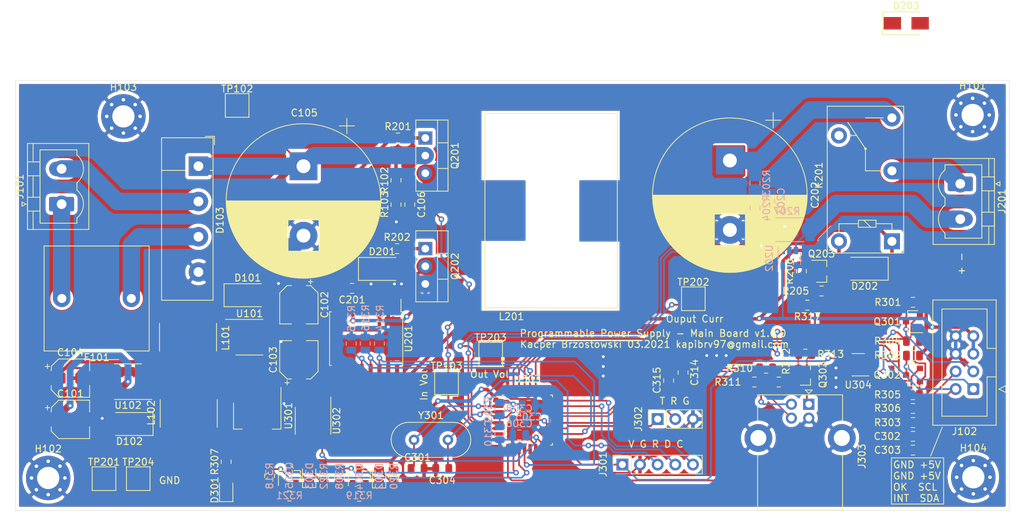
<source format=kicad_pcb>
(kicad_pcb (version 20171130) (host pcbnew "(5.1.6)-1")
  (layers (0 F.Cu signal) (31 B.Cu signal) (34 B.Paste user) (35 F.Paste user) (36 B.SilkS user) (37 F.SilkS user) (38 B.Mask user) (39 F.Mask user) (44 Edge.Cuts user))
  (net 0 "")
  (net 1 GND)
  (net 2 PRI_HI)
  (net 3 +12V)
  (net 4 +5V)
  (net 5 UIN_FB)
  (net 6 /Output/U_FB)
  (net 7 /MCU/+Vref)
  (net 8 +3V3)
  (net 9 /MCU/REL)
  (net 10 /MCU/INT)
  (net 11 /Output/I_FB)
  (net 12 /Output/HIN)
  (net 13 /MCU/SD)
  (net 14 /Output/LIN)
  (net 15 "Net-(C201-Pad1)")
  (net 16 "Net-(C201-Pad2)")
  (net 17 "Net-(C202-Pad1)")
  (net 18 RST)
  (net 19 /MCU/D+)
  (net 20 /MCU/D-)
  (net 21 "Net-(D101-Pad1)")
  (net 22 "Net-(D102-Pad1)")
  (net 23 "Net-(D103-Pad3)")
  (net 24 "Net-(D202-Pad2)")
  (net 25 PGED)
  (net 26 PGEC)
  (net 27 /MCU/TX)
  (net 28 /MCU/RX)
  (net 29 "Net-(J303-Pad1)")
  (net 30 /MCU/USB_D-)
  (net 31 /MCU/USB_D+)
  (net 32 "Net-(Q201-Pad1)")
  (net 33 "Net-(Q202-Pad1)")
  (net 34 "Net-(Q203-Pad1)")
  (net 35 "Net-(Q303-Pad1)")
  (net 36 "Net-(Q303-Pad2)")
  (net 37 "Net-(R202-Pad1)")
  (net 38 /AC2)
  (net 39 /AC1)
  (net 40 /Output/OUT+)
  (net 41 /Output/I_o+)
  (net 42 "Net-(R201-Pad1)")
  (net 43 /MCU/FP_OK)
  (net 44 /MCU/SDA)
  (net 45 /MCU/SCL)
  (net 46 /MCU/SCL_LV)
  (net 47 /MCU/SDA_LV)
  (net 48 /MCU/OSCI)
  (net 49 /MCU/OSCO)
  (net 50 "Net-(D301-Pad2)")
  (net 51 "Net-(D302-Pad2)")
  (net 52 "Net-(D302-Pad1)")
  (net 53 "Net-(D303-Pad1)")
  (net 54 "Net-(D303-Pad2)")
  (net 55 "Net-(Q304-Pad1)")
  (net 56 "Net-(Q305-Pad1)")
  (net 57 "Net-(R308-Pad2)")
  (net 58 "Net-(R318-Pad2)")
  (module Package_SO:SOIC-8_3.9x4.9mm_P1.27mm (layer F.Cu) (at 89.662 80.3656 270)
    (fp_text reference U302 (at 0 -3.4 90) (layer F.SilkS))
    (fp_text value MCP1501)
    (pad 8 smd roundrect (at 2.475 -1.905 270) (size 1.95 0.6) (layers F.Cu F.Paste F.Mask) (net 7 /MCU/+Vref))
    (pad 7 smd roundrect (at 2.475 -0.635 270) (size 1.95 0.6) (layers F.Cu F.Paste F.Mask) (net 7 /MCU/+Vref))
    (pad 6 smd roundrect (at 2.475 0.635 270) (size 1.95 0.6) (layers F.Cu F.Paste F.Mask) (net 1 GND))
    (pad 5 smd roundrect (at 2.475 1.905 270) (size 1.95 0.6) (layers F.Cu F.Paste F.Mask) (net 1 GND))
    (pad 4 smd roundrect (at -2.475 1.905 270) (size 1.95 0.6) (layers F.Cu F.Paste F.Mask) (net 1 GND))
    (pad 3 smd roundrect (at -2.475 0.635 270) (size 1.95 0.6) (layers F.Cu F.Paste F.Mask) (net 4 +5V))
    (pad 2 smd roundrect (at -2.475 -0.635 270) (size 1.95 0.6) (layers F.Cu F.Paste F.Mask) (net 1 GND))
    (pad 1 smd roundrect (at -2.475 -1.905 270) (size 1.95 0.6) (layers F.Cu F.Paste F.Mask) (net 4 +5V))
  )
  (module Connector_IDC:IDC-Header_2x04_P2.54mm_Vertical (layer F.Cu) (at 184.658 75.7936 180)
    (fp_text reference J102 (at 1.27 -6.1) (layer F.SilkS))
    (fp_text value Conn_02x04_Odd_Even)
    (pad 1 thru_hole roundrect (at 0 0 180) (size 1.7 1.7) (drill 1) (layers *.Cu *.Mask) (roundrect_rratio 0.147059) (net 44 /MCU/SDA))
    (pad 3 thru_hole circle (at 0 2.54 180) (size 1.7 1.7) (drill 1) (layers *.Cu *.Mask) (net 45 /MCU/SCL))
    (pad 5 thru_hole circle (at 0 5.08 180) (size 1.7 1.7) (drill 1) (layers *.Cu *.Mask) (net 4 +5V))
    (pad 7 thru_hole circle (at 0 7.62 180) (size 1.7 1.7) (drill 1) (layers *.Cu *.Mask) (net 4 +5V))
    (pad 2 thru_hole circle (at 2.54 0 180) (size 1.7 1.7) (drill 1) (layers *.Cu *.Mask) (net 10 /MCU/INT))
    (pad 4 thru_hole circle (at 2.54 2.54 180) (size 1.7 1.7) (drill 1) (layers *.Cu *.Mask) (net 43 /MCU/FP_OK))
    (pad 6 thru_hole circle (at 2.54 5.08 180) (size 1.7 1.7) (drill 1) (layers *.Cu *.Mask) (net 1 GND))
    (pad 8 thru_hole circle (at 2.54 7.62 180) (size 1.7 1.7) (drill 1) (layers *.Cu *.Mask) (net 1 GND))
  )
  (module Capacitor_SMD:CP_Elec_5x3.9 (layer F.Cu) (at 54.7624 80.1624)
    (fp_text reference C101 (at 0 -3.7) (layer F.SilkS))
    (fp_text value CP)
    (pad 2 smd roundrect (at 2.2 0) (size 3 1.6) (layers F.Cu F.Paste F.Mask) (roundrect_rratio 0.15625) (net 1 GND))
    (pad 1 smd roundrect (at -2.2 0) (size 3 1.6) (layers F.Cu F.Paste F.Mask) (roundrect_rratio 0.15625) (net 2 PRI_HI))
  )
  (module Capacitor_SMD:CP_Elec_5x3.9 (layer F.Cu) (at 87.63 63.6524 270)
    (fp_text reference C102 (at 0 -3.7 90) (layer F.SilkS))
    (fp_text value CP)
    (pad 2 smd roundrect (at 2.2 0 270) (size 3 1.6) (layers F.Cu F.Paste F.Mask) (roundrect_rratio 0.15625) (net 1 GND))
    (pad 1 smd roundrect (at -2.2 0 270) (size 3 1.6) (layers F.Cu F.Paste F.Mask) (roundrect_rratio 0.15625) (net 2 PRI_HI))
  )
  (module Capacitor_SMD:CP_Elec_5x3.9 (layer F.Cu) (at 87.63 71.5772 90)
    (fp_text reference C103 (at 0 -3.7 90) (layer F.SilkS))
    (fp_text value CP)
    (pad 1 smd roundrect (at -2.2 0 90) (size 3 1.6) (layers F.Cu F.Paste F.Mask) (roundrect_rratio 0.15625) (net 3 +12V))
    (pad 2 smd roundrect (at 2.2 0 90) (size 3 1.6) (layers F.Cu F.Paste F.Mask) (roundrect_rratio 0.15625) (net 1 GND))
  )
  (module Capacitor_SMD:CP_Elec_5x3.9 (layer F.Cu) (at 54.7624 74.2188)
    (fp_text reference C104 (at 0 -3.7) (layer F.SilkS))
    (fp_text value CP)
    (pad 1 smd roundrect (at -2.2 0) (size 3 1.6) (layers F.Cu F.Paste F.Mask) (roundrect_rratio 0.15625) (net 4 +5V))
    (pad 2 smd roundrect (at 2.2 0) (size 3 1.6) (layers F.Cu F.Paste F.Mask) (roundrect_rratio 0.15625) (net 1 GND))
  )
  (module Capacitor_THT:CP_Radial_D22.0mm_P10.00mm_SnapIn (layer F.Cu) (at 88.2904 43.7007 270)
    (fp_text reference C105 (at -7.6835 -0.1016 180) (layer F.SilkS))
    (fp_text value CP)
    (pad 1 thru_hole rect (at 0 0 270) (size 4 4) (drill 2) (layers *.Cu *.Mask) (net 2 PRI_HI))
    (pad 2 thru_hole circle (at 10 0 270) (size 4 4) (drill 2) (layers *.Cu *.Mask) (net 1 GND))
  )
  (module Capacitor_SMD:C_0805_2012Metric (layer F.Cu) (at 103.5812 49.2252 90)
    (fp_text reference C106 (at 0 1.6764 90) (layer F.SilkS))
    (fp_text value C)
    (pad 2 smd roundrect (at 0.9375 0 90) (size 0.975 1.4) (layers F.Cu F.Paste F.Mask) (net 5 UIN_FB))
    (pad 1 smd roundrect (at -0.9375 0 90) (size 0.975 1.4) (layers F.Cu F.Paste F.Mask) (net 1 GND))
  )
  (module Capacitor_SMD:C_0805_2012Metric (layer F.Cu) (at 95.2754 61.2902 180)
    (fp_text reference C201 (at 0 -1.65) (layer F.SilkS))
    (fp_text value C)
    (pad 1 smd roundrect (at -0.9375 0 180) (size 0.975 1.4) (layers F.Cu F.Paste F.Mask) (net 15 "Net-(C201-Pad1)"))
    (pad 2 smd roundrect (at 0.9375 0 180) (size 0.975 1.4) (layers F.Cu F.Paste F.Mask) (net 16 "Net-(C201-Pad2)"))
  )
  (module Capacitor_THT:CP_Radial_D22.0mm_P10.00mm_SnapIn (layer F.Cu) (at 149.6314 42.8752 270)
    (fp_text reference C202 (at 5 -12.25 90) (layer F.SilkS))
    (fp_text value CP)
    (pad 2 thru_hole circle (at 10 0 270) (size 4 4) (drill 2) (layers *.Cu *.Mask) (net 1 GND))
    (pad 1 thru_hole rect (at 0 0 270) (size 4 4) (drill 2) (layers *.Cu *.Mask) (net 17 "Net-(C202-Pad1)"))
  )
  (module Capacitor_SMD:C_0805_2012Metric (layer B.Cu) (at 155.3464 48.7172 90)
    (fp_text reference C203 (at 0 1.65 90) (layer B.SilkS) (effects (justify mirror)))
    (fp_text value C)
    (pad 2 smd roundrect (at 0.9375 0 90) (size 0.975 1.4) (layers B.Cu B.Paste B.Mask) (net 6 /Output/U_FB))
    (pad 1 smd roundrect (at -0.9375 0 90) (size 0.975 1.4) (layers B.Cu B.Paste B.Mask) (net 1 GND))
  )
  (module Capacitor_SMD:C_0805_2012Metric (layer F.Cu) (at 175.9712 82.6008 180)
    (fp_text reference C302 (at 3.7084 0) (layer F.SilkS))
    (fp_text value C)
    (pad 1 smd roundrect (at -0.9375 0 180) (size 0.975 1.4) (layers F.Cu F.Paste F.Mask) (net 10 /MCU/INT))
    (pad 2 smd roundrect (at 0.9375 0 180) (size 0.975 1.4) (layers F.Cu F.Paste F.Mask) (net 1 GND))
  )
  (module Capacitor_SMD:C_0805_2012Metric (layer B.Cu) (at 120.7008 78.1304)
    (fp_text reference C305 (at 0 1.65) (layer B.SilkS) (effects (justify mirror)))
    (fp_text value C)
    (pad 2 smd roundrect (at 0.9375 0) (size 0.975 1.4) (layers B.Cu B.Paste B.Mask) (net 1 GND))
    (pad 1 smd roundrect (at -0.9375 0) (size 0.975 1.4) (layers B.Cu B.Paste B.Mask) (net 8 +3V3))
  )
  (module Capacitor_SMD:C_0805_2012Metric (layer B.Cu) (at 119.3292 82.3976 180)
    (fp_text reference C306 (at 0 1.65) (layer B.SilkS) (effects (justify mirror)))
    (fp_text value C)
    (pad 2 smd roundrect (at 0.9375 0 180) (size 0.975 1.4) (layers B.Cu B.Paste B.Mask) (net 1 GND))
    (pad 1 smd roundrect (at -0.9375 0 180) (size 0.975 1.4) (layers B.Cu B.Paste B.Mask) (net 7 /MCU/+Vref))
  )
  (module Capacitor_SMD:C_0805_2012Metric (layer B.Cu) (at 119.3292 80.264 180)
    (fp_text reference C308 (at 0 1.65) (layer B.SilkS) (effects (justify mirror)))
    (fp_text value C)
    (pad 1 smd roundrect (at -0.9375 0 180) (size 0.975 1.4) (layers B.Cu B.Paste B.Mask) (net 8 +3V3))
    (pad 2 smd roundrect (at 0.9375 0 180) (size 0.975 1.4) (layers B.Cu B.Paste B.Mask) (net 1 GND))
  )
  (module Capacitor_SMD:C_0805_2012Metric (layer B.Cu) (at 116.5352 82.1436 270)
    (fp_text reference C310 (at 0 1.65 270) (layer B.SilkS) (effects (justify mirror)))
    (fp_text value C)
    (pad 1 smd roundrect (at -0.9375 0 270) (size 0.975 1.4) (layers B.Cu B.Paste B.Mask) (net 18 RST))
    (pad 2 smd roundrect (at 0.9375 0 270) (size 0.975 1.4) (layers B.Cu B.Paste B.Mask) (net 1 GND))
  )
  (module Capacitor_SMD:C_0805_2012Metric (layer F.Cu) (at 142.9004 73.406 270)
    (fp_text reference C314 (at 0 -1.65 90) (layer F.SilkS))
    (fp_text value C)
    (pad 2 smd roundrect (at 0.9375 0 270) (size 0.975 1.4) (layers F.Cu F.Paste F.Mask) (net 1 GND))
    (pad 1 smd roundrect (at -0.9375 0 270) (size 0.975 1.4) (layers F.Cu F.Paste F.Mask) (net 19 /MCU/D+))
  )
  (module Capacitor_SMD:C_0805_2012Metric (layer F.Cu) (at 140.8176 74.5744 270)
    (fp_text reference C315 (at -0.0508 1.6764 90) (layer F.SilkS))
    (fp_text value C)
    (pad 2 smd roundrect (at 0.9375 0 270) (size 0.975 1.4) (layers F.Cu F.Paste F.Mask) (net 1 GND))
    (pad 1 smd roundrect (at -0.9375 0 270) (size 0.975 1.4) (layers F.Cu F.Paste F.Mask) (net 20 /MCU/D-))
  )
  (module Diode_SMD:D_SMA (layer F.Cu) (at 80.264 62.2808)
    (fp_text reference D101 (at 0 -2.5) (layer F.SilkS))
    (fp_text value D_Schottky)
    (pad 1 smd rect (at -2 0) (size 2.5 1.8) (layers F.Cu F.Paste F.Mask) (net 21 "Net-(D101-Pad1)"))
    (pad 2 smd rect (at 2 0) (size 2.5 1.8) (layers F.Cu F.Paste F.Mask) (net 1 GND))
  )
  (module Diode_SMD:D_SMA (layer F.Cu) (at 63.246 80.8228 180)
    (fp_text reference D102 (at 0 -2.5) (layer F.SilkS))
    (fp_text value D_Schottky)
    (pad 2 smd rect (at 2 0 180) (size 2.5 1.8) (layers F.Cu F.Paste F.Mask) (net 1 GND))
    (pad 1 smd rect (at -2 0 180) (size 2.5 1.8) (layers F.Cu F.Paste F.Mask) (net 22 "Net-(D102-Pad1)"))
  )
  (module Diode_THT:Diode_Bridge_Vishay_KBU (layer F.Cu) (at 73.1774 43.7007 270)
    (fp_text reference D103 (at 7.8 -3.1 90) (layer F.SilkS))
    (fp_text value D_Bridge_+AA-)
    (pad 4 thru_hole circle (at 15.24 0 270) (size 2.8 2.8) (drill 1.4) (layers *.Cu *.Mask) (net 1 GND))
    (pad 3 thru_hole circle (at 10.16 0 270) (size 2.8 2.8) (drill 1.4) (layers *.Cu *.Mask) (net 23 "Net-(D103-Pad3)"))
    (pad 2 thru_hole circle (at 5.08 0 270) (size 2.8 2.8) (drill 1.4) (layers *.Cu *.Mask) (net 38 /AC2))
    (pad 1 thru_hole rect (at 0 0 270) (size 2.8 2.8) (drill 1.4) (layers *.Cu *.Mask) (net 2 PRI_HI))
  )
  (module Diode_SMD:D_SMA (layer F.Cu) (at 99.5934 58.4962)
    (fp_text reference D201 (at 0 -2.5) (layer F.SilkS))
    (fp_text value D)
    (pad 1 smd rect (at -2 0) (size 2.5 1.8) (layers F.Cu F.Paste F.Mask) (net 16 "Net-(C201-Pad2)"))
    (pad 2 smd rect (at 2 0) (size 2.5 1.8) (layers F.Cu F.Paste F.Mask) (net 3 +12V))
  )
  (module Diode_SMD:D_SMA (layer F.Cu) (at 169.0116 58.4581 180)
    (fp_text reference D202 (at 0 -2.5019) (layer F.SilkS))
    (fp_text value D)
    (pad 2 smd rect (at 2 0 180) (size 2.5 1.8) (layers F.Cu F.Paste F.Mask) (net 24 "Net-(D202-Pad2)"))
    (pad 1 smd rect (at -2 0 180) (size 2.5 1.8) (layers F.Cu F.Paste F.Mask) (net 4 +5V))
  )
  (module Fuse:Fuseholder_Cylinder-5x20mm_EATON_HBW_Vertical_Closed (layer F.Cu) (at 63.5254 62.7507 180)
    (fp_text reference F101 (at 5 -8.5) (layer F.SilkS))
    (fp_text value Fuse)
    (pad 1 thru_hole circle (at 0 0 180) (size 2.3 2.3) (drill 1.3) (layers *.Cu *.Mask) (net 23 "Net-(D103-Pad3)"))
    (pad 2 thru_hole circle (at 10 0 180) (size 2.3 2.3) (drill 1.3) (layers *.Cu *.Mask) (net 39 /AC1))
  )
  (module Connector_Phoenix_MSTB:PhoenixContact_MSTBVA_2,5_2-G-5,08_1x02_P5.08mm_Vertical (layer F.Cu) (at 53.4924 49.1617 90)
    (fp_text reference J101 (at 2.54 -6 90) (layer F.SilkS))
    (fp_text value Screw_Terminal_01x02)
    (pad 2 thru_hole oval (at 5.08 0 90) (size 2.08 3.6) (drill 1.4) (layers *.Cu *.Mask) (net 38 /AC2))
    (pad 1 thru_hole roundrect (at 0 0 90) (size 2.08 3.6) (drill 1.4) (layers *.Cu *.Mask) (roundrect_rratio 0.120192) (net 39 /AC1))
  )
  (module Connector_Phoenix_MSTB:PhoenixContact_MSTBVA_2,5_2-G-5,08_1x02_P5.08mm_Vertical (layer F.Cu) (at 182.7784 46.2407 270)
    (fp_text reference J201 (at 2.54 -6 90) (layer F.SilkS))
    (fp_text value Screw_Terminal_01x02)
    (pad 1 thru_hole roundrect (at 0 0 270) (size 2.08 3.6) (drill 1.4) (layers *.Cu *.Mask) (roundrect_rratio 0.120192) (net 40 /Output/OUT+))
    (pad 2 thru_hole oval (at 5.08 0 270) (size 2.08 3.6) (drill 1.4) (layers *.Cu *.Mask) (net 41 /Output/I_o+))
  )
  (module Connector_PinSocket_2.54mm:PinSocket_1x05_P2.54mm_Vertical (layer F.Cu) (at 134.1628 86.6648 90)
    (fp_text reference J301 (at 0 -2.77 90) (layer F.SilkS))
    (fp_text value Conn_01x05_Female)
    (pad 1 thru_hole rect (at 0 0 90) (size 1.7 1.7) (drill 1) (layers *.Cu *.Mask) (net 8 +3V3))
    (pad 2 thru_hole oval (at 0 2.54 90) (size 1.7 1.7) (drill 1) (layers *.Cu *.Mask) (net 1 GND))
    (pad 3 thru_hole oval (at 0 5.08 90) (size 1.7 1.7) (drill 1) (layers *.Cu *.Mask) (net 18 RST))
    (pad 4 thru_hole oval (at 0 7.62 90) (size 1.7 1.7) (drill 1) (layers *.Cu *.Mask) (net 25 PGED))
    (pad 5 thru_hole oval (at 0 10.16 90) (size 1.7 1.7) (drill 1) (layers *.Cu *.Mask) (net 26 PGEC))
  )
  (module Connector_PinSocket_2.54mm:PinSocket_1x03_P2.54mm_Vertical (layer F.Cu) (at 139.2428 80.1116 90)
    (fp_text reference J302 (at 0 -2.77 90) (layer F.SilkS))
    (fp_text value Conn_01x03_Female)
    (pad 1 thru_hole rect (at 0 0 90) (size 1.7 1.7) (drill 1) (layers *.Cu *.Mask) (net 27 /MCU/TX))
    (pad 2 thru_hole oval (at 0 2.54 90) (size 1.7 1.7) (drill 1) (layers *.Cu *.Mask) (net 28 /MCU/RX))
    (pad 3 thru_hole oval (at 0 5.08 90) (size 1.7 1.7) (drill 1) (layers *.Cu *.Mask) (net 1 GND))
  )
  (module Connector_USB:USB_B_Lumberg_2411_02_Horizontal (layer F.Cu) (at 160.9852 77.978 270)
    (fp_text reference J303 (at 7.5 -7.65 90) (layer F.SilkS))
    (fp_text value USB_B)
    (pad 1 thru_hole rect (at 0 0) (size 1.6 1.6) (drill 0.95) (layers *.Cu *.Mask) (net 29 "Net-(J303-Pad1)"))
    (pad 2 thru_hole circle (at 0 2.5) (size 1.6 1.6) (drill 0.95) (layers *.Cu *.Mask) (net 30 /MCU/USB_D-))
    (pad 3 thru_hole circle (at 2 2.5) (size 1.6 1.6) (drill 0.95) (layers *.Cu *.Mask) (net 31 /MCU/USB_D+))
    (pad 4 thru_hole circle (at 2 0) (size 1.6 1.6) (drill 0.95) (layers *.Cu *.Mask) (net 1 GND))
    (pad 5 thru_hole circle (at 4.86 7.25) (size 4 4) (drill 2.3) (layers *.Cu *.Mask) (net 1 GND))
    (pad 5 thru_hole circle (at 4.86 -4.75) (size 4 4) (drill 2.3) (layers *.Cu *.Mask) (net 1 GND))
  )
  (module Relay_THT:Relay_SPDT_Omron-G5Q-1 (layer F.Cu) (at 172.9486 54.5211 90)
    (fp_text reference K201 (at 9.5 -10.5 270) (layer F.SilkS))
    (fp_text value G5Q-1)
    (pad 1 thru_hole rect (at 0 0 270) (size 2.3 2.3) (drill 1.3) (layers *.Cu *.Mask) (net 4 +5V))
    (pad 2 thru_hole circle (at 10.16 0 270) (size 2.3 2.3) (drill 1.3) (layers *.Cu *.Mask) (net 40 /Output/OUT+))
    (pad 3 thru_hole circle (at 17.78 0 270) (size 2.3 2.3) (drill 1.3) (layers *.Cu *.Mask) (net 17 "Net-(C202-Pad1)"))
    (pad 4 thru_hole circle (at 15.24 -7.62 270) (size 2.3 2.3) (drill 1.3) (layers *.Cu *.Mask))
    (pad 5 thru_hole circle (at 0 -7.62 270) (size 2.3 2.3) (drill 1.3) (layers *.Cu *.Mask) (net 24 "Net-(D202-Pad2)"))
  )
  (module Inductor_SMD:L_Bourns_SRN8040TA (layer F.Cu) (at 71.6788 68.326 270)
    (fp_text reference L101 (at 0.1 -5.4 270) (layer F.SilkS))
    (fp_text value L)
    (pad 1 smd rect (at -2.825 0 180) (size 6.6 2.85) (layers F.Cu F.Paste F.Mask) (net 21 "Net-(D101-Pad1)"))
    (pad 2 smd rect (at 2.825 0 180) (size 6.6 2.85) (layers F.Cu F.Paste F.Mask) (net 3 +12V))
  )
  (module Inductor_SMD:L_Bourns_SRN8040TA (layer F.Cu) (at 71.7804 79.2988 90)
    (fp_text reference L102 (at 0.1 -5.4 270) (layer F.SilkS))
    (fp_text value L)
    (pad 2 smd rect (at 2.825 0) (size 6.6 2.85) (layers F.Cu F.Paste F.Mask) (net 4 +5V))
    (pad 1 smd rect (at -2.825 0) (size 6.6 2.85) (layers F.Cu F.Paste F.Mask) (net 22 "Net-(D102-Pad1)"))
  )
  (module Package_TO_SOT_THT:TO-220-3_Vertical (layer F.Cu) (at 105.8164 39.6367 270)
    (fp_text reference Q201 (at 2.54 -4.27 90) (layer F.SilkS))
    (fp_text value Q_NMOS_GDS)
    (pad 3 thru_hole oval (at 5.08 0 270) (size 1.905 2) (drill 1.1) (layers *.Cu *.Mask) (net 15 "Net-(C201-Pad1)"))
    (pad 2 thru_hole oval (at 2.54 0 270) (size 1.905 2) (drill 1.1) (layers *.Cu *.Mask) (net 2 PRI_HI))
    (pad 1 thru_hole rect (at 0 0 270) (size 1.905 2) (drill 1.1) (layers *.Cu *.Mask) (net 32 "Net-(Q201-Pad1)"))
  )
  (module Package_TO_SOT_THT:TO-220-3_Vertical (layer F.Cu) (at 105.8164 55.5752 270)
    (fp_text reference Q202 (at 2.54 -4.27 90) (layer F.SilkS))
    (fp_text value Q_NMOS_GDS)
    (pad 1 thru_hole rect (at 0 0 270) (size 1.905 2) (drill 1.1) (layers *.Cu *.Mask) (net 33 "Net-(Q202-Pad1)"))
    (pad 2 thru_hole oval (at 2.54 0 270) (size 1.905 2) (drill 1.1) (layers *.Cu *.Mask) (net 15 "Net-(C201-Pad1)"))
    (pad 3 thru_hole oval (at 5.08 0 270) (size 1.905 2) (drill 1.1) (layers *.Cu *.Mask) (net 1 GND))
  )
  (module Package_TO_SOT_SMD:SOT-23 (layer F.Cu) (at 162.814 58.8264)
    (fp_text reference Q203 (at 0 -2.5) (layer F.SilkS))
    (fp_text value BC817)
    (pad 1 smd rect (at -1 -0.95) (size 0.9 0.8) (layers F.Cu F.Paste F.Mask) (net 34 "Net-(Q203-Pad1)"))
    (pad 2 smd rect (at -1 0.95) (size 0.9 0.8) (layers F.Cu F.Paste F.Mask) (net 1 GND))
    (pad 3 smd rect (at 1 0) (size 0.9 0.8) (layers F.Cu F.Paste F.Mask) (net 24 "Net-(D202-Pad2)"))
  )
  (module Package_TO_SOT_SMD:SOT-23 (layer F.Cu) (at 175.9712 66.0908 180)
    (fp_text reference Q301 (at 3.7084 0) (layer F.SilkS))
    (fp_text value 2N7002)
    (pad 1 smd rect (at -1 -0.95 180) (size 0.9 0.8) (layers F.Cu F.Paste F.Mask) (net 8 +3V3))
    (pad 2 smd rect (at -1 0.95 180) (size 0.9 0.8) (layers F.Cu F.Paste F.Mask) (net 46 /MCU/SCL_LV))
    (pad 3 smd rect (at 1 0 180) (size 0.9 0.8) (layers F.Cu F.Paste F.Mask) (net 45 /MCU/SCL))
  )
  (module Package_TO_SOT_SMD:SOT-23 (layer F.Cu) (at 175.9712 73.7616 180)
    (fp_text reference Q302 (at 3.7084 0) (layer F.SilkS))
    (fp_text value 2N7002)
    (pad 3 smd rect (at 1 0 180) (size 0.9 0.8) (layers F.Cu F.Paste F.Mask) (net 44 /MCU/SDA))
    (pad 2 smd rect (at -1 0.95 180) (size 0.9 0.8) (layers F.Cu F.Paste F.Mask) (net 47 /MCU/SDA_LV))
    (pad 1 smd rect (at -1 -0.95 180) (size 0.9 0.8) (layers F.Cu F.Paste F.Mask) (net 8 +3V3))
  )
  (module Package_TO_SOT_SMD:SOT-23 (layer F.Cu) (at 160.4772 73.66)
    (fp_text reference Q303 (at 2.54 0.0508 90) (layer F.SilkS))
    (fp_text value BC817)
    (pad 3 smd rect (at 1 0) (size 0.9 0.8) (layers F.Cu F.Paste F.Mask) (net 8 +3V3))
    (pad 2 smd rect (at -1 0.95) (size 0.9 0.8) (layers F.Cu F.Paste F.Mask) (net 36 "Net-(Q303-Pad2)"))
    (pad 1 smd rect (at -1 -0.95) (size 0.9 0.8) (layers F.Cu F.Paste F.Mask) (net 35 "Net-(Q303-Pad1)"))
  )
  (module Resistor_SMD:R_0805_2012Metric (layer F.Cu) (at 101.6 45.72 90)
    (fp_text reference R102 (at 0 -1.65 90) (layer F.SilkS))
    (fp_text value R)
    (pad 1 smd roundrect (at -0.9375 0 90) (size 0.975 1.4) (layers F.Cu F.Paste F.Mask) (net 5 UIN_FB))
    (pad 2 smd roundrect (at 0.9375 0 90) (size 0.975 1.4) (layers F.Cu F.Paste F.Mask) (net 2 PRI_HI))
  )
  (module Resistor_SMD:R_0805_2012Metric (layer F.Cu) (at 101.6 49.2252 90)
    (fp_text reference R103 (at 0 -1.65 90) (layer F.SilkS))
    (fp_text value R)
    (pad 2 smd roundrect (at 0.9375 0 90) (size 0.975 1.4) (layers F.Cu F.Paste F.Mask) (net 5 UIN_FB))
    (pad 1 smd roundrect (at -0.9375 0 90) (size 0.975 1.4) (layers F.Cu F.Paste F.Mask) (net 1 GND))
  )
  (module Resistor_SMD:R_0805_2012Metric (layer F.Cu) (at 101.8794 39.6367)
    (fp_text reference R201 (at 0 -1.65) (layer F.SilkS))
    (fp_text value R)
    (pad 2 smd roundrect (at 0.9375 0) (size 0.975 1.4) (layers F.Cu F.Paste F.Mask) (net 32 "Net-(Q201-Pad1)"))
    (pad 1 smd roundrect (at -0.9375 0) (size 0.975 1.4) (layers F.Cu F.Paste F.Mask) (net 42 "Net-(R201-Pad1)"))
  )
  (module Resistor_SMD:R_0805_2012Metric (layer F.Cu) (at 101.7524 55.5752)
    (fp_text reference R202 (at 0 -1.65) (layer F.SilkS))
    (fp_text value R)
    (pad 1 smd roundrect (at -0.9375 0) (size 0.975 1.4) (layers F.Cu F.Paste F.Mask) (net 37 "Net-(R202-Pad1)"))
    (pad 2 smd roundrect (at 0.9375 0) (size 0.975 1.4) (layers F.Cu F.Paste F.Mask) (net 33 "Net-(Q202-Pad1)"))
  )
  (module Resistor_SMD:R_0805_2012Metric (layer B.Cu) (at 153.2509 46.1137 90)
    (fp_text reference R203 (at 0 1.65 270) (layer B.SilkS) (effects (justify mirror)))
    (fp_text value R)
    (pad 2 smd roundrect (at 0.9375 0 90) (size 0.975 1.4) (layers B.Cu B.Paste B.Mask) (net 17 "Net-(C202-Pad1)"))
    (pad 1 smd roundrect (at -0.9375 0 90) (size 0.975 1.4) (layers B.Cu B.Paste B.Mask) (net 6 /Output/U_FB))
  )
  (module Resistor_SMD:R_0805_2012Metric (layer B.Cu) (at 153.2509 49.7332 90)
    (fp_text reference R204 (at 0 1.65 270) (layer B.SilkS) (effects (justify mirror)))
    (fp_text value R)
    (pad 2 smd roundrect (at 0.9375 0 90) (size 0.975 1.4) (layers B.Cu B.Paste B.Mask) (net 6 /Output/U_FB))
    (pad 1 smd roundrect (at -0.9375 0 90) (size 0.975 1.4) (layers B.Cu B.Paste B.Mask) (net 1 GND))
  )
  (module Resistor_SMD:R_0805_2012Metric (layer F.Cu) (at 162.814 61.6712)
    (fp_text reference R205 (at -3.7084 0) (layer F.SilkS))
    (fp_text value R)
    (pad 1 smd roundrect (at -0.9375 0) (size 0.975 1.4) (layers F.Cu F.Paste F.Mask) (net 9 /MCU/REL))
    (pad 2 smd roundrect (at 0.9375 0) (size 0.975 1.4) (layers F.Cu F.Paste F.Mask) (net 34 "Net-(Q203-Pad1)"))
  )
  (module Resistor_SMD:R_0805_2012Metric (layer F.Cu) (at 159.9184 58.8264 270)
    (fp_text reference R206 (at 0 1.7272 270) (layer F.SilkS))
    (fp_text value R)
    (pad 2 smd roundrect (at 0.9375 0 270) (size 0.975 1.4) (layers F.Cu F.Paste F.Mask) (net 1 GND))
    (pad 1 smd roundrect (at -0.9375 0 270) (size 0.975 1.4) (layers F.Cu F.Paste F.Mask) (net 34 "Net-(Q203-Pad1)"))
  )
  (module Resistor_SMD:R_2512_6332Metric (layer B.Cu) (at 158.2674 52.8447)
    (fp_text reference R207 (at -0.4445 -2.667) (layer B.SilkS) (effects (justify mirror)))
    (fp_text value R)
    (pad 1 smd roundrect (at -2.9 0) (size 1.35 3.35) (layers B.Cu B.Paste B.Mask) (roundrect_rratio 0.185185) (net 1 GND))
    (pad 2 smd roundrect (at 2.9 0) (size 1.35 3.35) (layers B.Cu B.Paste B.Mask) (roundrect_rratio 0.185185) (net 41 /Output/I_o+))
  )
  (module Resistor_SMD:R_0805_2012Metric (layer F.Cu) (at 175.9712 63.2968 180)
    (fp_text reference R301 (at 3.6068 0) (layer F.SilkS))
    (fp_text value R)
    (pad 1 smd roundrect (at -0.9375 0 180) (size 0.975 1.4) (layers F.Cu F.Paste F.Mask) (net 4 +5V))
    (pad 2 smd roundrect (at 0.9375 0 180) (size 0.975 1.4) (layers F.Cu F.Paste F.Mask) (net 45 /MCU/SCL))
  )
  (module Resistor_SMD:R_0805_2012Metric (layer F.Cu) (at 175.9712 70.9676 180)
    (fp_text reference R302 (at 3.6576 0.0508) (layer F.SilkS))
    (fp_text value R)
    (pad 1 smd roundrect (at -0.9375 0 180) (size 0.975 1.4) (layers F.Cu F.Paste F.Mask) (net 4 +5V))
    (pad 2 smd roundrect (at 0.9375 0 180) (size 0.975 1.4) (layers F.Cu F.Paste F.Mask) (net 44 /MCU/SDA))
  )
  (module Resistor_SMD:R_0805_2012Metric (layer F.Cu) (at 175.9712 80.6196)
    (fp_text reference R303 (at -3.6576 0) (layer F.SilkS))
    (fp_text value R)
    (pad 2 smd roundrect (at 0.9375 0) (size 0.975 1.4) (layers F.Cu F.Paste F.Mask) (net 10 /MCU/INT))
    (pad 1 smd roundrect (at -0.9375 0) (size 0.975 1.4) (layers F.Cu F.Paste F.Mask) (net 8 +3V3))
  )
  (module Resistor_SMD:R_0805_2012Metric (layer F.Cu) (at 175.9712 68.8848 180)
    (fp_text reference R304 (at 3.6576 0) (layer F.SilkS))
    (fp_text value R)
    (pad 2 smd roundrect (at 0.9375 0 180) (size 0.975 1.4) (layers F.Cu F.Paste F.Mask) (net 46 /MCU/SCL_LV))
    (pad 1 smd roundrect (at -0.9375 0 180) (size 0.975 1.4) (layers F.Cu F.Paste F.Mask) (net 8 +3V3))
  )
  (module Resistor_SMD:R_0805_2012Metric (layer F.Cu) (at 175.9712 76.6064 180)
    (fp_text reference R305 (at 3.6576 0) (layer F.SilkS))
    (fp_text value R)
    (pad 1 smd roundrect (at -0.9375 0 180) (size 0.975 1.4) (layers F.Cu F.Paste F.Mask) (net 8 +3V3))
    (pad 2 smd roundrect (at 0.9375 0 180) (size 0.975 1.4) (layers F.Cu F.Paste F.Mask) (net 47 /MCU/SDA_LV))
  )
  (module Resistor_SMD:R_0805_2012Metric (layer B.Cu) (at 116.5352 78.7123 270)
    (fp_text reference R309 (at 0 1.65 270) (layer B.SilkS) (effects (justify mirror)))
    (fp_text value R)
    (pad 1 smd roundrect (at -0.9375 0 270) (size 0.975 1.4) (layers B.Cu B.Paste B.Mask) (net 8 +3V3))
    (pad 2 smd roundrect (at 0.9375 0 270) (size 0.975 1.4) (layers B.Cu B.Paste B.Mask) (net 18 RST))
  )
  (module Resistor_SMD:R_0805_2012Metric (layer F.Cu) (at 154.8384 72.7964 180)
    (fp_text reference R310 (at 3.81 0) (layer F.SilkS))
    (fp_text value 22R)
    (pad 1 smd roundrect (at -0.9375 0 180) (size 0.975 1.4) (layers F.Cu F.Paste F.Mask) (net 31 /MCU/USB_D+))
    (pad 2 smd roundrect (at 0.9375 0 180) (size 0.975 1.4) (layers F.Cu F.Paste F.Mask) (net 19 /MCU/D+))
  )
  (module Resistor_SMD:R_0805_2012Metric (layer F.Cu) (at 153.162 74.7776 180)
    (fp_text reference R311 (at 3.81 0) (layer F.SilkS))
    (fp_text value 22R)
    (pad 2 smd roundrect (at 0.9375 0 180) (size 0.975 1.4) (layers F.Cu F.Paste F.Mask) (net 20 /MCU/D-))
    (pad 1 smd roundrect (at -0.9375 0 180) (size 0.975 1.4) (layers F.Cu F.Paste F.Mask) (net 30 /MCU/USB_D-))
  )
  (module Resistor_SMD:R_0805_2012Metric (layer F.Cu) (at 156.6672 74.7776 180)
    (fp_text reference R312 (at -1.0668 2.9972 90) (layer F.SilkS))
    (fp_text value 22R)
    (pad 1 smd roundrect (at -0.9375 0 180) (size 0.975 1.4) (layers F.Cu F.Paste F.Mask) (net 36 "Net-(Q303-Pad2)"))
    (pad 2 smd roundrect (at 0.9375 0 180) (size 0.975 1.4) (layers F.Cu F.Paste F.Mask) (net 31 /MCU/USB_D+))
  )
  (module Resistor_SMD:R_0805_2012Metric (layer F.Cu) (at 160.4772 70.7644 180)
    (fp_text reference R313 (at -3.6576 0) (layer F.SilkS))
    (fp_text value 22R)
    (pad 2 smd roundrect (at 0.9375 0 180) (size 0.975 1.4) (layers F.Cu F.Paste F.Mask) (net 35 "Net-(Q303-Pad1)"))
    (pad 1 smd roundrect (at -0.9375 0 180) (size 0.975 1.4) (layers F.Cu F.Paste F.Mask) (net 29 "Net-(J303-Pad1)"))
  )
  (module TestPoint:TestPoint_Pad_3.0x3.0mm (layer F.Cu) (at 78.74 34.9504)
    (fp_text reference TP102 (at 0 -2.398) (layer F.SilkS))
    (fp_text value TestPoint_Alt)
    (pad 1 smd rect (at 0 0) (size 3 3) (layers F.Cu F.Mask) (net 2 PRI_HI))
  )
  (module TestPoint:TestPoint_Pad_3.0x3.0mm (layer F.Cu) (at 108.8644 74.8792)
    (fp_text reference TP103 (at 0 -2.398) (layer F.SilkS))
    (fp_text value TestPoint_Alt)
    (pad 1 smd rect (at 0 0) (size 3 3) (layers F.Cu F.Mask) (net 5 UIN_FB))
  )
  (module TestPoint:TestPoint_Pad_3.0x3.0mm (layer F.Cu) (at 59.5884 88.6968)
    (fp_text reference TP201 (at 0 -2.398) (layer F.SilkS))
    (fp_text value TestPoint_Alt)
    (pad 1 smd rect (at 0 0) (size 3 3) (layers F.Cu F.Mask) (net 1 GND))
  )
  (module TestPoint:TestPoint_Pad_3.0x3.0mm (layer F.Cu) (at 144.3736 62.7888)
    (fp_text reference TP202 (at 0 -2.398) (layer F.SilkS))
    (fp_text value TestPoint_Alt)
    (pad 1 smd rect (at 0 0) (size 3 3) (layers F.Cu F.Mask) (net 11 /Output/I_FB))
  )
  (module TestPoint:TestPoint_Pad_3.0x3.0mm (layer F.Cu) (at 115.2144 70.7644)
    (fp_text reference TP203 (at 0 -2.398) (layer F.SilkS))
    (fp_text value TestPoint_Alt)
    (pad 1 smd rect (at 0 0) (size 3 3) (layers F.Cu F.Mask) (net 6 /Output/U_FB))
  )
  (module TestPoint:TestPoint_Pad_3.0x3.0mm (layer F.Cu) (at 64.516 88.6968)
    (fp_text reference TP204 (at 0 -2.398) (layer F.SilkS))
    (fp_text value TestPoint_Alt)
    (pad 1 smd rect (at 0 0) (size 3 3) (layers F.Cu F.Mask) (net 1 GND))
  )
  (module Package_SO:SOIC-8_3.9x4.9mm_P1.27mm (layer F.Cu) (at 80.518 68.326)
    (fp_text reference U101 (at 0 -3.4) (layer F.SilkS))
    (fp_text value LM2594HVM-12)
    (pad 1 smd roundrect (at -2.475 -1.905) (size 1.95 0.6) (layers F.Cu F.Paste F.Mask))
    (pad 2 smd roundrect (at -2.475 -0.635) (size 1.95 0.6) (layers F.Cu F.Paste F.Mask))
    (pad 3 smd roundrect (at -2.475 0.635) (size 1.95 0.6) (layers F.Cu F.Paste F.Mask))
    (pad 4 smd roundrect (at -2.475 1.905) (size 1.95 0.6) (layers F.Cu F.Paste F.Mask) (net 3 +12V))
    (pad 5 smd roundrect (at 2.475 1.905) (size 1.95 0.6) (layers F.Cu F.Paste F.Mask) (net 1 GND))
    (pad 6 smd roundrect (at 2.475 0.635) (size 1.95 0.6) (layers F.Cu F.Paste F.Mask) (net 1 GND))
    (pad 7 smd roundrect (at 2.475 -0.635) (size 1.95 0.6) (layers F.Cu F.Paste F.Mask) (net 2 PRI_HI))
    (pad 8 smd roundrect (at 2.475 -1.905) (size 1.95 0.6) (layers F.Cu F.Paste F.Mask) (net 21 "Net-(D101-Pad1)"))
  )
  (module Package_SO:SOIC-8_3.9x4.9mm_P1.27mm (layer F.Cu) (at 63.0428 74.7268 180)
    (fp_text reference U102 (at 0 -3.4) (layer F.SilkS))
    (fp_text value LM2594HVM-5.0)
    (pad 1 smd roundrect (at -2.475 -1.905 180) (size 1.95 0.6) (layers F.Cu F.Paste F.Mask))
    (pad 2 smd roundrect (at -2.475 -0.635 180) (size 1.95 0.6) (layers F.Cu F.Paste F.Mask))
    (pad 3 smd roundrect (at -2.475 0.635 180) (size 1.95 0.6) (layers F.Cu F.Paste F.Mask))
    (pad 4 smd roundrect (at -2.475 1.905 180) (size 1.95 0.6) (layers F.Cu F.Paste F.Mask) (net 4 +5V))
    (pad 5 smd roundrect (at 2.475 1.905 180) (size 1.95 0.6) (layers F.Cu F.Paste F.Mask) (net 1 GND))
    (pad 6 smd roundrect (at 2.475 0.635 180) (size 1.95 0.6) (layers F.Cu F.Paste F.Mask) (net 1 GND))
    (pad 7 smd roundrect (at 2.475 -0.635 180) (size 1.95 0.6) (layers F.Cu F.Paste F.Mask) (net 2 PRI_HI))
    (pad 8 smd roundrect (at 2.475 -1.905 180) (size 1.95 0.6) (layers F.Cu F.Paste F.Mask) (net 22 "Net-(D102-Pad1)"))
  )
  (module Package_SO:SOIC-16W_7.5x10.3mm_P1.27mm (layer F.Cu) (at 97.3074 68.5292 270)
    (fp_text reference U201 (at 0 -6.1 90) (layer F.SilkS))
    (fp_text value IR2110S)
    (pad 1 smd roundrect (at -4.65 -4.445 270) (size 2.05 0.6) (layers F.Cu F.Paste F.Mask) (net 37 "Net-(R202-Pad1)"))
    (pad 2 smd roundrect (at -4.65 -3.175 270) (size 2.05 0.6) (layers F.Cu F.Paste F.Mask) (net 1 GND))
    (pad 3 smd roundrect (at -4.65 -1.905 270) (size 2.05 0.6) (layers F.Cu F.Paste F.Mask) (net 3 +12V))
    (pad 4 smd roundrect (at -4.65 -0.635 270) (size 2.05 0.6) (layers F.Cu F.Paste F.Mask))
    (pad 5 smd roundrect (at -4.65 0.635 270) (size 2.05 0.6) (layers F.Cu F.Paste F.Mask))
    (pad 6 smd roundrect (at -4.65 1.905 270) (size 2.05 0.6) (layers F.Cu F.Paste F.Mask) (net 15 "Net-(C201-Pad1)"))
    (pad 7 smd roundrect (at -4.65 3.175 270) (size 2.05 0.6) (layers F.Cu F.Paste F.Mask) (net 16 "Net-(C201-Pad2)"))
    (pad 8 smd roundrect (at -4.65 4.445 270) (size 2.05 0.6) (layers F.Cu F.Paste F.Mask) (net 42 "Net-(R201-Pad1)"))
    (pad 9 smd roundrect (at 4.65 4.445 270) (size 2.05 0.6) (layers F.Cu F.Paste F.Mask))
    (pad 10 smd roundrect (at 4.65 3.175 270) (size 2.05 0.6) (layers F.Cu F.Paste F.Mask))
    (pad 11 smd roundrect (at 4.65 1.905 270) (size 2.05 0.6) (layers F.Cu F.Paste F.Mask) (net 4 +5V))
    (pad 12 smd roundrect (at 4.65 0.635 270) (size 2.05 0.6) (layers F.Cu F.Paste F.Mask) (net 12 /Output/HIN))
    (pad 13 smd roundrect (at 4.65 -0.635 270) (size 2.05 0.6) (layers F.Cu F.Paste F.Mask) (net 13 /MCU/SD))
    (pad 14 smd roundrect (at 4.65 -1.905 270) (size 2.05 0.6) (layers F.Cu F.Paste F.Mask) (net 14 /Output/LIN))
    (pad 15 smd roundrect (at 4.65 -3.175 270) (size 2.05 0.6) (layers F.Cu F.Paste F.Mask) (net 1 GND))
    (pad 16 smd roundrect (at 4.65 -4.445 270) (size 2.05 0.6) (layers F.Cu F.Paste F.Mask))
  )
  (module Package_TO_SOT_SMD:SOT-23-6 (layer B.Cu) (at 158.1912 56.9468 270)
    (fp_text reference U202 (at 0 2.9 90) (layer B.SilkS) (effects (justify mirror)))
    (fp_text value INA181)
    (pad 1 smd rect (at -1.1 0.95 270) (size 1.06 0.65) (layers B.Cu B.Paste B.Mask) (net 11 /Output/I_FB))
    (pad 2 smd rect (at -1.1 0 270) (size 1.06 0.65) (layers B.Cu B.Paste B.Mask) (net 1 GND))
    (pad 3 smd rect (at -1.1 -0.95 270) (size 1.06 0.65) (layers B.Cu B.Paste B.Mask) (net 41 /Output/I_o+))
    (pad 4 smd rect (at 1.1 -0.95 270) (size 1.06 0.65) (layers B.Cu B.Paste B.Mask) (net 1 GND))
    (pad 6 smd rect (at 1.1 0.95 270) (size 1.06 0.65) (layers B.Cu B.Paste B.Mask) (net 4 +5V))
    (pad 5 smd rect (at 1.1 0 270) (size 1.06 0.65) (layers B.Cu B.Paste B.Mask) (net 1 GND))
  )
  (module Package_TO_SOT_SMD:SOT-223-3_TabPin2 (layer F.Cu) (at 81.6356 79.6544 270)
    (fp_text reference U301 (at 0 -4.5 90) (layer F.SilkS))
    (fp_text value AP1117-33)
    (pad 2 smd rect (at 3.15 0 270) (size 2 3.8) (layers F.Cu F.Paste F.Mask) (net 8 +3V3))
    (pad 2 smd rect (at -3.15 0 270) (size 2 1.5) (layers F.Cu F.Paste F.Mask) (net 8 +3V3))
    (pad 3 smd rect (at -3.15 2.3 270) (size 2 1.5) (layers F.Cu F.Paste F.Mask) (net 4 +5V))
    (pad 1 smd rect (at -3.15 -2.3 270) (size 2 1.5) (layers F.Cu F.Paste F.Mask) (net 1 GND))
  )
  (module Package_QFP:LQFP-32_7x7mm_P0.8mm (layer F.Cu) (at 120.4976 80.264)
    (fp_text reference U303 (at 0 -5.88) (layer F.SilkS))
    (fp_text value STM32G431Kx)
    (pad 1 smd roundrect (at -4.175 -2.8) (size 1.5 0.5) (layers F.Cu F.Paste F.Mask) (net 8 +3V3))
    (pad 2 smd roundrect (at -4.175 -2) (size 1.5 0.5) (layers F.Cu F.Paste F.Mask) (net 48 /MCU/OSCI))
    (pad 3 smd roundrect (at -4.175 -1.2) (size 1.5 0.5) (layers F.Cu F.Paste F.Mask) (net 49 /MCU/OSCO))
    (pad 4 smd roundrect (at -4.175 -0.4) (size 1.5 0.5) (layers F.Cu F.Paste F.Mask) (net 18 RST))
    (pad 5 smd roundrect (at -4.175 0.4) (size 1.5 0.5) (layers F.Cu F.Paste F.Mask) (net 6 /Output/U_FB))
    (pad 6 smd roundrect (at -4.175 1.2) (size 1.5 0.5) (layers F.Cu F.Paste F.Mask) (net 11 /Output/I_FB))
    (pad 7 smd roundrect (at -4.175 2) (size 1.5 0.5) (layers F.Cu F.Paste F.Mask) (net 5 UIN_FB))
    (pad 8 smd roundrect (at -4.175 2.8) (size 1.5 0.5) (layers F.Cu F.Paste F.Mask))
    (pad 9 smd roundrect (at -2.8 4.175) (size 0.5 1.5) (layers F.Cu F.Paste F.Mask) (net 43 /MCU/FP_OK))
    (pad 10 smd roundrect (at -2 4.175) (size 0.5 1.5) (layers F.Cu F.Paste F.Mask) (net 57 "Net-(R308-Pad2)"))
    (pad 11 smd roundrect (at -1.2 4.175) (size 0.5 1.5) (layers F.Cu F.Paste F.Mask) (net 58 "Net-(R318-Pad2)"))
    (pad 12 smd roundrect (at -0.4 4.175) (size 0.5 1.5) (layers F.Cu F.Paste F.Mask) (net 14 /Output/LIN))
    (pad 13 smd roundrect (at 0.4 4.175) (size 0.5 1.5) (layers F.Cu F.Paste F.Mask))
    (pad 14 smd roundrect (at 1.2 4.175) (size 0.5 1.5) (layers F.Cu F.Paste F.Mask) (net 1 GND))
    (pad 15 smd roundrect (at 2 4.175) (size 0.5 1.5) (layers F.Cu F.Paste F.Mask) (net 7 /MCU/+Vref))
    (pad 16 smd roundrect (at 2.8 4.175) (size 0.5 1.5) (layers F.Cu F.Paste F.Mask) (net 1 GND))
    (pad 17 smd roundrect (at 4.175 2.8) (size 1.5 0.5) (layers F.Cu F.Paste F.Mask) (net 8 +3V3))
    (pad 18 smd roundrect (at 4.175 2) (size 1.5 0.5) (layers F.Cu F.Paste F.Mask) (net 12 /Output/HIN))
    (pad 19 smd roundrect (at 4.175 1.2) (size 1.5 0.5) (layers F.Cu F.Paste F.Mask) (net 27 /MCU/TX))
    (pad 20 smd roundrect (at 4.175 0.4) (size 1.5 0.5) (layers F.Cu F.Paste F.Mask) (net 28 /MCU/RX))
    (pad 21 smd roundrect (at 4.175 -0.4) (size 1.5 0.5) (layers F.Cu F.Paste F.Mask) (net 20 /MCU/D-))
    (pad 22 smd roundrect (at 4.175 -1.2) (size 1.5 0.5) (layers F.Cu F.Paste F.Mask) (net 19 /MCU/D+))
    (pad 23 smd roundrect (at 4.175 -2) (size 1.5 0.5) (layers F.Cu F.Paste F.Mask) (net 25 PGED))
    (pad 24 smd roundrect (at 4.175 -2.8) (size 1.5 0.5) (layers F.Cu F.Paste F.Mask) (net 26 PGEC))
    (pad 25 smd roundrect (at 2.8 -4.175) (size 0.5 1.5) (layers F.Cu F.Paste F.Mask))
    (pad 26 smd roundrect (at 2 -4.175) (size 0.5 1.5) (layers F.Cu F.Paste F.Mask))
    (pad 27 smd roundrect (at 1.2 -4.175) (size 0.5 1.5) (layers F.Cu F.Paste F.Mask) (net 9 /MCU/REL))
    (pad 28 smd roundrect (at 0.4 -4.175) (size 0.5 1.5) (layers F.Cu F.Paste F.Mask) (net 13 /MCU/SD))
    (pad 29 smd roundrect (at -0.4 -4.175) (size 0.5 1.5) (layers F.Cu F.Paste F.Mask) (net 10 /MCU/INT))
    (pad 30 smd roundrect (at -1.2 -4.175) (size 0.5 1.5) (layers F.Cu F.Paste F.Mask) (net 47 /MCU/SDA_LV))
    (pad 31 smd roundrect (at -2 -4.175) (size 0.5 1.5) (layers F.Cu F.Paste F.Mask) (net 46 /MCU/SCL_LV))
    (pad 32 smd roundrect (at -2.8 -4.175) (size 0.5 1.5) (layers F.Cu F.Paste F.Mask) (net 1 GND))
  )
  (module Fotprinty:WE_74437529203331 (layer F.Cu) (at 109.3089 50.1142 90)
    (fp_text reference L201 (at -15.24 8.89) (layer F.SilkS))
    (fp_text value L)
    (pad 1 smd rect (at 0 6.35 90) (size 8 8.5) (layers F.Cu F.Paste F.Mask) (net 15 "Net-(C201-Pad1)"))
    (pad 2 smd rect (at 0 23.35 90) (size 8 8.5) (layers F.Cu F.Paste F.Mask) (net 17 "Net-(C202-Pad1)"))
  )
  (module Resistor_SMD:R_0805_2012Metric (layer B.Cu) (at 99.2124 69.2404 90)
    (fp_text reference R314 (at 3.6576 0.1016 270) (layer B.SilkS) (effects (justify mirror)))
    (fp_text value R)
    (pad 2 smd roundrect (at 0.9375 0 90) (size 0.975 1.4) (layers B.Cu B.Paste B.Mask) (net 1 GND))
    (pad 1 smd roundrect (at -0.9375 0 90) (size 0.975 1.4) (layers B.Cu B.Paste B.Mask) (net 14 /Output/LIN))
  )
  (module Resistor_SMD:R_0805_2012Metric (layer B.Cu) (at 95.1484 69.2404 90)
    (fp_text reference R315 (at 3.6068 0.0508 90) (layer B.SilkS) (effects (justify mirror)))
    (fp_text value R)
    (pad 1 smd roundrect (at -0.9375 0 90) (size 0.975 1.4) (layers B.Cu B.Paste B.Mask) (net 12 /Output/HIN))
    (pad 2 smd roundrect (at 0.9375 0 90) (size 0.975 1.4) (layers B.Cu B.Paste B.Mask) (net 1 GND))
  )
  (module Resistor_SMD:R_0805_2012Metric (layer B.Cu) (at 97.1804 69.2404 90)
    (fp_text reference R316 (at 3.7084 0.0508 90) (layer B.SilkS) (effects (justify mirror)))
    (fp_text value R)
    (pad 2 smd roundrect (at 0.9375 0 90) (size 0.975 1.4) (layers B.Cu B.Paste B.Mask) (net 1 GND))
    (pad 1 smd roundrect (at -0.9375 0 90) (size 0.975 1.4) (layers B.Cu B.Paste B.Mask) (net 13 /MCU/SD))
  )
  (module Resistor_SMD:R_0805_2012Metric (layer F.Cu) (at 160.782 63.7032 180)
    (fp_text reference R317 (at 0 -1.65) (layer F.SilkS))
    (fp_text value R)
    (pad 1 smd roundrect (at -0.9375 0 180) (size 0.975 1.4) (layers F.Cu F.Paste F.Mask) (net 9 /MCU/REL))
    (pad 2 smd roundrect (at 0.9375 0 180) (size 0.975 1.4) (layers F.Cu F.Paste F.Mask) (net 1 GND))
  )
  (module Package_TO_SOT_SMD:SOT-23-5 (layer F.Cu) (at 168.0972 72.2884 180)
    (fp_text reference U304 (at 0 -2.9) (layer F.SilkS))
    (fp_text value 24AA02-OT)
    (pad 1 smd rect (at -1.1 -0.95 180) (size 1.06 0.65) (layers F.Cu F.Paste F.Mask) (net 46 /MCU/SCL_LV))
    (pad 2 smd rect (at -1.1 0 180) (size 1.06 0.65) (layers F.Cu F.Paste F.Mask) (net 1 GND))
    (pad 3 smd rect (at -1.1 0.95 180) (size 1.06 0.65) (layers F.Cu F.Paste F.Mask) (net 47 /MCU/SDA_LV))
    (pad 4 smd rect (at 1.1 0.95 180) (size 1.06 0.65) (layers F.Cu F.Paste F.Mask) (net 8 +3V3))
    (pad 5 smd rect (at 1.1 -0.95 180) (size 1.06 0.65) (layers F.Cu F.Paste F.Mask))
  )
  (module Capacitor_SMD:C_0805_2012Metric (layer F.Cu) (at 175.9712 84.582 180)
    (fp_text reference C303 (at 3.6576 0) (layer F.SilkS))
    (fp_text value C)
    (pad 1 smd roundrect (at -0.9375 0 180) (size 0.975 1.4) (layers F.Cu F.Paste F.Mask) (net 43 /MCU/FP_OK))
    (pad 2 smd roundrect (at 0.9375 0 180) (size 0.975 1.4) (layers F.Cu F.Paste F.Mask) (net 1 GND))
  )
  (module Resistor_SMD:R_0805_2012Metric (layer F.Cu) (at 175.9712 78.5876)
    (fp_text reference R306 (at -3.6576 -0.0508) (layer F.SilkS))
    (fp_text value R)
    (pad 1 smd roundrect (at -0.9375 0) (size 0.975 1.4) (layers F.Cu F.Paste F.Mask) (net 8 +3V3))
    (pad 2 smd roundrect (at 0.9375 0) (size 0.975 1.4) (layers F.Cu F.Paste F.Mask) (net 43 /MCU/FP_OK))
  )
  (module MountingHole:MountingHole_3.2mm_M3_Pad_Via (layer F.Cu) (at 184.5564 36.322)
    (fp_text reference H101 (at 0 -4.2) (layer F.SilkS))
    (fp_text value MountingHole_Pad)
    (pad 1 thru_hole circle (at 0 0) (size 6.4 6.4) (drill 3.2) (layers *.Cu *.Mask) (net 1 GND))
    (pad 1 thru_hole circle (at 2.4 0) (size 0.8 0.8) (drill 0.5) (layers *.Cu *.Mask) (net 1 GND))
    (pad 1 thru_hole circle (at 1.697056 1.697056) (size 0.8 0.8) (drill 0.5) (layers *.Cu *.Mask) (net 1 GND))
    (pad 1 thru_hole circle (at 0 2.4) (size 0.8 0.8) (drill 0.5) (layers *.Cu *.Mask) (net 1 GND))
    (pad 1 thru_hole circle (at -1.697056 1.697056) (size 0.8 0.8) (drill 0.5) (layers *.Cu *.Mask) (net 1 GND))
    (pad 1 thru_hole circle (at -2.4 0) (size 0.8 0.8) (drill 0.5) (layers *.Cu *.Mask) (net 1 GND))
    (pad 1 thru_hole circle (at -1.697056 -1.697056) (size 0.8 0.8) (drill 0.5) (layers *.Cu *.Mask) (net 1 GND))
    (pad 1 thru_hole circle (at 0 -2.4) (size 0.8 0.8) (drill 0.5) (layers *.Cu *.Mask) (net 1 GND))
    (pad 1 thru_hole circle (at 1.697056 -1.697056) (size 0.8 0.8) (drill 0.5) (layers *.Cu *.Mask) (net 1 GND))
  )
  (module MountingHole:MountingHole_3.2mm_M3_Pad_Via (layer F.Cu) (at 51.562 88.5952)
    (fp_text reference H102 (at 0 -4.2) (layer F.SilkS))
    (fp_text value MountingHole_Pad)
    (pad 1 thru_hole circle (at 1.697056 -1.697056) (size 0.8 0.8) (drill 0.5) (layers *.Cu *.Mask) (net 1 GND))
    (pad 1 thru_hole circle (at 0 -2.4) (size 0.8 0.8) (drill 0.5) (layers *.Cu *.Mask) (net 1 GND))
    (pad 1 thru_hole circle (at -1.697056 -1.697056) (size 0.8 0.8) (drill 0.5) (layers *.Cu *.Mask) (net 1 GND))
    (pad 1 thru_hole circle (at -2.4 0) (size 0.8 0.8) (drill 0.5) (layers *.Cu *.Mask) (net 1 GND))
    (pad 1 thru_hole circle (at -1.697056 1.697056) (size 0.8 0.8) (drill 0.5) (layers *.Cu *.Mask) (net 1 GND))
    (pad 1 thru_hole circle (at 0 2.4) (size 0.8 0.8) (drill 0.5) (layers *.Cu *.Mask) (net 1 GND))
    (pad 1 thru_hole circle (at 1.697056 1.697056) (size 0.8 0.8) (drill 0.5) (layers *.Cu *.Mask) (net 1 GND))
    (pad 1 thru_hole circle (at 2.4 0) (size 0.8 0.8) (drill 0.5) (layers *.Cu *.Mask) (net 1 GND))
    (pad 1 thru_hole circle (at 0 0) (size 6.4 6.4) (drill 3.2) (layers *.Cu *.Mask) (net 1 GND))
  )
  (module MountingHole:MountingHole_3.2mm_M3_Pad_Via (layer F.Cu) (at 62.3824 36.5252)
    (fp_text reference H103 (at 0 -4.2) (layer F.SilkS))
    (fp_text value MountingHole_Pad)
    (pad 1 thru_hole circle (at 1.697056 -1.697056) (size 0.8 0.8) (drill 0.5) (layers *.Cu *.Mask) (net 1 GND))
    (pad 1 thru_hole circle (at 0 -2.4) (size 0.8 0.8) (drill 0.5) (layers *.Cu *.Mask) (net 1 GND))
    (pad 1 thru_hole circle (at -1.697056 -1.697056) (size 0.8 0.8) (drill 0.5) (layers *.Cu *.Mask) (net 1 GND))
    (pad 1 thru_hole circle (at -2.4 0) (size 0.8 0.8) (drill 0.5) (layers *.Cu *.Mask) (net 1 GND))
    (pad 1 thru_hole circle (at -1.697056 1.697056) (size 0.8 0.8) (drill 0.5) (layers *.Cu *.Mask) (net 1 GND))
    (pad 1 thru_hole circle (at 0 2.4) (size 0.8 0.8) (drill 0.5) (layers *.Cu *.Mask) (net 1 GND))
    (pad 1 thru_hole circle (at 1.697056 1.697056) (size 0.8 0.8) (drill 0.5) (layers *.Cu *.Mask) (net 1 GND))
    (pad 1 thru_hole circle (at 2.4 0) (size 0.8 0.8) (drill 0.5) (layers *.Cu *.Mask) (net 1 GND))
    (pad 1 thru_hole circle (at 0 0) (size 6.4 6.4) (drill 3.2) (layers *.Cu *.Mask) (net 1 GND))
  )
  (module MountingHole:MountingHole_3.2mm_M3_Pad_Via (layer F.Cu) (at 184.658 88.4936)
    (fp_text reference H104 (at 0 -4.2) (layer F.SilkS))
    (fp_text value MountingHole_Pad)
    (pad 1 thru_hole circle (at 0 0) (size 6.4 6.4) (drill 3.2) (layers *.Cu *.Mask) (net 1 GND))
    (pad 1 thru_hole circle (at 2.4 0) (size 0.8 0.8) (drill 0.5) (layers *.Cu *.Mask) (net 1 GND))
    (pad 1 thru_hole circle (at 1.697056 1.697056) (size 0.8 0.8) (drill 0.5) (layers *.Cu *.Mask) (net 1 GND))
    (pad 1 thru_hole circle (at 0 2.4) (size 0.8 0.8) (drill 0.5) (layers *.Cu *.Mask) (net 1 GND))
    (pad 1 thru_hole circle (at -1.697056 1.697056) (size 0.8 0.8) (drill 0.5) (layers *.Cu *.Mask) (net 1 GND))
    (pad 1 thru_hole circle (at -2.4 0) (size 0.8 0.8) (drill 0.5) (layers *.Cu *.Mask) (net 1 GND))
    (pad 1 thru_hole circle (at -1.697056 -1.697056) (size 0.8 0.8) (drill 0.5) (layers *.Cu *.Mask) (net 1 GND))
    (pad 1 thru_hole circle (at 0 -2.4) (size 0.8 0.8) (drill 0.5) (layers *.Cu *.Mask) (net 1 GND))
    (pad 1 thru_hole circle (at 1.697056 -1.697056) (size 0.8 0.8) (drill 0.5) (layers *.Cu *.Mask) (net 1 GND))
  )
  (module Capacitor_SMD:C_0805_2012Metric (layer F.Cu) (at 104.6988 87.2744)
    (fp_text reference C301 (at 0 -1.65) (layer F.SilkS))
    (fp_text value C)
    (pad 2 smd roundrect (at 0.9375 0) (size 0.975 1.4) (layers F.Cu F.Paste F.Mask) (net 1 GND))
    (pad 1 smd roundrect (at -0.9375 0) (size 0.975 1.4) (layers F.Cu F.Paste F.Mask) (net 48 /MCU/OSCI))
  )
  (module Capacitor_SMD:C_0805_2012Metric (layer F.Cu) (at 108.2548 87.2744 180)
    (fp_text reference C304 (at 0 -1.65) (layer F.SilkS))
    (fp_text value C)
    (pad 1 smd roundrect (at -0.9375 0 180) (size 0.975 1.4) (layers F.Cu F.Paste F.Mask) (net 49 /MCU/OSCO))
    (pad 2 smd roundrect (at 0.9375 0 180) (size 0.975 1.4) (layers F.Cu F.Paste F.Mask) (net 1 GND))
  )
  (module LED_SMD:LED_0805_2012Metric (layer F.Cu) (at 77.1652 90.3224 90)
    (fp_text reference D301 (at 0 -1.65 90) (layer F.SilkS))
    (fp_text value LED)
    (pad 1 smd roundrect (at -0.9375 0 90) (size 0.975 1.4) (layers F.Cu F.Paste F.Mask) (net 1 GND))
    (pad 2 smd roundrect (at 0.9375 0 90) (size 0.975 1.4) (layers F.Cu F.Paste F.Mask) (net 50 "Net-(D301-Pad2)"))
  )
  (module LED_SMD:LED_0805_2012Metric (layer F.Cu) (at 99.1616 88.3412 90)
    (fp_text reference D302 (at 0 0 90) (layer B.SilkS) (effects (justify mirror)))
    (fp_text value LED)
    (pad 2 smd roundrect (at 0.9375 0 90) (size 0.975 1.4) (layers F.Cu F.Paste F.Mask) (net 51 "Net-(D302-Pad2)"))
    (pad 1 smd roundrect (at -0.9375 0 90) (size 0.975 1.4) (layers F.Cu F.Paste F.Mask) (net 52 "Net-(D302-Pad1)"))
  )
  (module LED_SMD:LED_0805_2012Metric (layer F.Cu) (at 89.1032 88.2904 90)
    (fp_text reference D303 (at 0 0.0508 90) (layer B.SilkS) (effects (justify mirror)))
    (fp_text value LED)
    (pad 1 smd roundrect (at -0.9375 0 90) (size 0.975 1.4) (layers F.Cu F.Paste F.Mask) (net 53 "Net-(D303-Pad1)"))
    (pad 2 smd roundrect (at 0.9375 0 90) (size 0.975 1.4) (layers F.Cu F.Paste F.Mask) (net 54 "Net-(D303-Pad2)"))
  )
  (module Package_TO_SOT_SMD:SOT-23 (layer F.Cu) (at 96.3168 88.3412 90)
    (fp_text reference Q304 (at -0.0508 0 90) (layer B.SilkS) (effects (justify mirror)))
    (fp_text value BC817)
    (pad 1 smd rect (at -1 -0.95 90) (size 0.9 0.8) (layers F.Cu F.Paste F.Mask) (net 55 "Net-(Q304-Pad1)"))
    (pad 2 smd rect (at -1 0.95 90) (size 0.9 0.8) (layers F.Cu F.Paste F.Mask) (net 1 GND))
    (pad 3 smd rect (at 1 0 90) (size 0.9 0.8) (layers F.Cu F.Paste F.Mask) (net 52 "Net-(D302-Pad1)"))
  )
  (module Package_TO_SOT_SMD:SOT-23 (layer F.Cu) (at 86.2584 88.2904 90)
    (fp_text reference Q305 (at 0.0508 0 90) (layer B.SilkS) (effects (justify mirror)))
    (fp_text value BC817)
    (pad 3 smd rect (at 1 0 90) (size 0.9 0.8) (layers F.Cu F.Paste F.Mask) (net 53 "Net-(D303-Pad1)"))
    (pad 2 smd rect (at -1 0.95 90) (size 0.9 0.8) (layers F.Cu F.Paste F.Mask) (net 1 GND))
    (pad 1 smd rect (at -1 -0.95 90) (size 0.9 0.8) (layers F.Cu F.Paste F.Mask) (net 56 "Net-(Q305-Pad1)"))
  )
  (module Resistor_SMD:R_0805_2012Metric (layer F.Cu) (at 77.1652 86.2584 90)
    (fp_text reference R307 (at 0 -1.65 90) (layer F.SilkS))
    (fp_text value R)
    (pad 1 smd roundrect (at -0.9375 0 90) (size 0.975 1.4) (layers F.Cu F.Paste F.Mask) (net 50 "Net-(D301-Pad2)"))
    (pad 2 smd roundrect (at 0.9375 0 90) (size 0.975 1.4) (layers F.Cu F.Paste F.Mask) (net 8 +3V3))
  )
  (module Resistor_SMD:R_0805_2012Metric (layer F.Cu) (at 93.472 88.3412 90)
    (fp_text reference R308 (at 0 0 90) (layer B.SilkS) (effects (justify mirror)))
    (fp_text value R)
    (pad 2 smd roundrect (at 0.9375 0 90) (size 0.975 1.4) (layers F.Cu F.Paste F.Mask) (net 57 "Net-(R308-Pad2)"))
    (pad 1 smd roundrect (at -0.9375 0 90) (size 0.975 1.4) (layers F.Cu F.Paste F.Mask) (net 55 "Net-(Q304-Pad1)"))
  )
  (module Resistor_SMD:R_0805_2012Metric (layer F.Cu) (at 83.4136 88.2904 90)
    (fp_text reference R318 (at 0 0 90) (layer B.SilkS) (effects (justify mirror)))
    (fp_text value R)
    (pad 1 smd roundrect (at -0.9375 0 90) (size 0.975 1.4) (layers F.Cu F.Paste F.Mask) (net 56 "Net-(Q305-Pad1)"))
    (pad 2 smd roundrect (at 0.9375 0 90) (size 0.975 1.4) (layers F.Cu F.Paste F.Mask) (net 58 "Net-(R318-Pad2)"))
  )
  (module Resistor_SMD:R_0805_2012Metric (layer F.Cu) (at 96.3168 91.2368)
    (fp_text reference R319 (at 0 -0.1016) (layer B.SilkS) (effects (justify mirror)))
    (fp_text value R)
    (pad 2 smd roundrect (at 0.9375 0) (size 0.975 1.4) (layers F.Cu F.Paste F.Mask) (net 1 GND))
    (pad 1 smd roundrect (at -0.9375 0) (size 0.975 1.4) (layers F.Cu F.Paste F.Mask) (net 55 "Net-(Q304-Pad1)"))
  )
  (module Resistor_SMD:R_0805_2012Metric (layer F.Cu) (at 101.2444 88.3412 270)
    (fp_text reference R320 (at 0 -0.0508 90) (layer B.SilkS) (effects (justify mirror)))
    (fp_text value R)
    (pad 2 smd roundrect (at 0.9375 0 270) (size 0.975 1.4) (layers F.Cu F.Paste F.Mask) (net 51 "Net-(D302-Pad2)"))
    (pad 1 smd roundrect (at -0.9375 0 270) (size 0.975 1.4) (layers F.Cu F.Paste F.Mask) (net 8 +3V3))
  )
  (module Resistor_SMD:R_0805_2012Metric (layer F.Cu) (at 86.2584 91.186)
    (fp_text reference R321 (at 0 -0.0508) (layer B.SilkS) (effects (justify mirror)))
    (fp_text value R)
    (pad 1 smd roundrect (at -0.9375 0) (size 0.975 1.4) (layers F.Cu F.Paste F.Mask) (net 56 "Net-(Q305-Pad1)"))
    (pad 2 smd roundrect (at 0.9375 0) (size 0.975 1.4) (layers F.Cu F.Paste F.Mask) (net 1 GND))
  )
  (module Resistor_SMD:R_0805_2012Metric (layer F.Cu) (at 91.186 88.3412 270)
    (fp_text reference R322 (at 0 -0.0508 90) (layer B.SilkS) (effects (justify mirror)))
    (fp_text value R)
    (pad 1 smd roundrect (at -0.9375 0 270) (size 0.975 1.4) (layers F.Cu F.Paste F.Mask) (net 8 +3V3))
    (pad 2 smd roundrect (at 0.9375 0 270) (size 0.975 1.4) (layers F.Cu F.Paste F.Mask) (net 54 "Net-(D303-Pad2)"))
  )
  (module Crystal:Crystal_HC49-4H_Vertical (layer F.Cu) (at 104.1908 83.1088)
    (fp_text reference Y301 (at 2.44 -3.525) (layer F.SilkS))
    (fp_text value Crystal)
    (pad 1 thru_hole circle (at 0 0) (size 1.5 1.5) (drill 0.8) (layers *.Cu *.Mask) (net 48 /MCU/OSCI))
    (pad 2 thru_hole circle (at 4.88 0) (size 1.5 1.5) (drill 0.8) (layers *.Cu *.Mask) (net 49 /MCU/OSCO))
  )
  (module Diode_SMD:D_SMA (layer F.Cu) (at 175.006 23.114)
    (fp_text reference D203 (at 0 -2.5) (layer F.SilkS))
    (fp_text value D)
    (pad 1 smd rect (at -2 0) (size 2.5 1.8) (layers F.Cu F.Paste F.Mask) (net 40 /Output/OUT+))
    (pad 2 smd rect (at 2 0) (size 2.5 1.8) (layers F.Cu F.Paste F.Mask) (net 41 /Output/I_o+))
  )
  (gr_text "Kacper Brzostowski 03.2021 kapibrv97@gmail.com" (at 138.7856 69.342) (layer F.SilkS) (effects (font (size 1 1))))
  (gr_text "Programmable Power Supply - Main Board v1.0.0" (at 138.5824 67.7672) (layer F.SilkS) (effects (font (size 1 1))))
  (gr_line (start 172.8724 92.3544) (end 172.8724 85.6996) (layer F.SilkS) (width 0.12))
  (gr_line (start 180.3908 92.3544) (end 172.8724 92.3544) (layer F.SilkS) (width 0.12))
  (gr_line (start 180.3908 85.6996) (end 180.3908 92.3544) (layer F.SilkS) (width 0.12))
  (gr_line (start 172.8724 85.6996) (end 180.3908 85.6996) (layer F.SilkS) (width 0.12))
  (gr_line (start 178.5112 85.4456) (end 180.1876 81.28) (layer F.SilkS) (width 0.12))
  (gr_text "GND +5V\nGND +5V\nOK  SCL\nINT  SDA" (at 173.0248 89.1032) (layer F.SilkS) (effects (font (size 1 1)) (justify left)))
  (gr_text "+ -" (at 182.9308 57.7596 90) (layer F.SilkS) (effects (font (size 1 1))))
  (gr_text "GND\n" (at 69.0372 88.9508) (layer F.SilkS) (effects (font (size 1 1))))
  (gr_text "In Vol" (at 105.6132 75.2348 90) (layer F.SilkS) (effects (font (size 1 1))))
  (gr_text "Out Vol\n" (at 115.062 73.66) (layer F.SilkS) (effects (font (size 1 1))))
  (gr_text "Ouput Curr" (at 144.5768 65.6844) (layer F.SilkS) (effects (font (size 1 1))))
  (gr_text "V G R D C" (at 138.9888 83.7184) (layer F.SilkS) (effects (font (size 1 1))))
  (gr_text "T R G" (at 141.6812 77.5208) (layer F.SilkS) (effects (font (size 1 1))))
  (gr_line (start 46.8376 93.2688) (end 189.8396 93.2688) (layer Edge.Cuts) (width 0.05))
  (gr_line (start 46.8376 31.3436) (end 46.8376 93.2688) (layer Edge.Cuts) (width 0.05))
  (gr_line (start 189.8396 31.3436) (end 189.8396 93.2688) (layer Edge.Cuts) (width 0.05))
  (gr_line (start 46.8376 31.3436) (end 189.8396 31.3436) (layer Edge.Cuts) (width 0.05))
  (via (at 149.098 70.9676) (size 0.8) (drill 0.4) (layers F.Cu B.Cu) (net 1))
  (via (at 147.7264 70.9676) (size 0.8) (drill 0.4) (layers F.Cu B.Cu) (net 1))
  (via (at 146.304 70.9676) (size 0.8) (drill 0.4) (layers F.Cu B.Cu) (net 1))
  (via (at 131.4196 72.5424) (size 0.8) (drill 0.4) (layers F.Cu B.Cu) (net 1))
  (via (at 131.4196 71.12) (size 0.8) (drill 0.4) (layers F.Cu B.Cu) (net 1))
  (via (at 131.4196 73.914) (size 0.8) (drill 0.4) (layers F.Cu B.Cu) (net 1))
  (via (at 164.8968 72.7456) (size 0.8) (drill 0.4) (layers F.Cu B.Cu) (net 1))
  (via (at 164.8968 74.168) (size 0.8) (drill 0.4) (layers F.Cu B.Cu) (net 1))
  (via (at 164.8968 75.5396) (size 0.8) (drill 0.4) (layers F.Cu B.Cu) (net 1))
  (segment (start 83.0504 58.9407) (end 88.2904 53.7007) (width 2.5) (layer B.Cu) (net 1))
  (segment (start 73.1774 58.9407) (end 83.0504 58.9407) (width 2.5) (layer B.Cu) (net 1))
  (segment (start 155.3369 52.8752) (end 155.3674 52.8447) (width 2.5) (layer B.Cu) (net 1))
  (segment (start 149.6314 52.8752) (end 155.3369 52.8752) (width 2.5) (layer B.Cu) (net 1))
  (segment (start 155.3464 52.8237) (end 155.3674 52.8447) (width 0.5) (layer B.Cu) (net 1))
  (segment (start 155.3464 49.6547) (end 155.3464 52.8237) (width 0.5) (layer B.Cu) (net 1))
  (segment (start 84.7649 60.6552) (end 98.0059 60.6552) (width 2.5) (layer B.Cu) (net 1))
  (segment (start 83.0504 58.9407) (end 84.69885 60.58915) (width 2.5) (layer B.Cu) (net 1))
  (segment (start 102.3874 60.6552) (end 105.8164 60.6552) (width 2.5) (layer B.Cu) (net 1))
  (via (at 102.3874 60.6552) (size 0.8) (drill 0.4) (layers F.Cu B.Cu) (net 1))
  (segment (start 101.3714 60.6552) (end 102.3874 60.6552) (width 2.5) (layer B.Cu) (net 1))
  (via (at 101.3714 60.6552) (size 0.8) (drill 0.4) (layers F.Cu B.Cu) (net 1))
  (segment (start 98.0059 60.6552) (end 101.3714 60.6552) (width 2.5) (layer B.Cu) (net 1))
  (via (at 98.0059 60.6552) (size 0.8) (drill 0.4) (layers F.Cu B.Cu) (net 1))
  (segment (start 100.4824 61.5442) (end 100.4824 63.8792) (width 0.5) (layer F.Cu) (net 1))
  (segment (start 101.3714 60.6552) (end 100.4824 61.5442) (width 0.5) (layer F.Cu) (net 1))
  (segment (start 82.993 70.231) (end 82.993 68.961) (width 0.5) (layer F.Cu) (net 1))
  (segment (start 82.264 62.2808) (end 83.2104 62.2808) (width 0.5) (layer F.Cu) (net 1))
  (segment (start 87.63 65.8524) (end 87.63 69.3772) (width 0.5) (layer F.Cu) (net 1))
  (segment (start 87.2138 68.961) (end 87.63 69.3772) (width 0.5) (layer F.Cu) (net 1))
  (segment (start 82.993 68.961) (end 85.0646 68.961) (width 0.5) (layer F.Cu) (net 1))
  (segment (start 100.4824 63.8792) (end 100.4824 66.8528) (width 0.5) (layer F.Cu) (net 1))
  (segment (start 85.0646 64.135) (end 85.0646 68.9102) (width 0.5) (layer B.Cu) (net 1))
  (segment (start 85.0646 68.961) (end 87.2138 68.961) (width 0.5) (layer F.Cu) (net 1))
  (via (at 85.0646 68.961) (size 0.8) (drill 0.4) (layers F.Cu B.Cu) (net 1))
  (segment (start 118.47921 81.28901) (end 118.3917 81.2015) (width 0.25) (layer B.Cu) (net 1))
  (segment (start 123.085592 81.28901) (end 122.06339 81.28901) (width 0.25) (layer B.Cu) (net 1))
  (segment (start 123.661001 80.713601) (end 123.085592 81.28901) (width 0.25) (layer B.Cu) (net 1))
  (segment (start 123.661001 79.665601) (end 123.661001 80.713601) (width 0.25) (layer B.Cu) (net 1))
  (segment (start 122.1258 78.1304) (end 123.661001 79.665601) (width 0.25) (layer B.Cu) (net 1))
  (segment (start 121.6383 78.1304) (end 122.1258 78.1304) (width 0.25) (layer B.Cu) (net 1))
  (segment (start 118.3917 80.264) (end 118.3917 81.2015) (width 0.25) (layer B.Cu) (net 1))
  (segment (start 118.3917 81.2015) (end 118.3917 82.3976) (width 0.25) (layer B.Cu) (net 1))
  (segment (start 123.2976 83.07541) (end 122.0724 81.85021) (width 0.25) (layer F.Cu) (net 1))
  (segment (start 123.2976 84.439) (end 123.2976 83.07541) (width 0.25) (layer F.Cu) (net 1))
  (segment (start 122.0724 81.85021) (end 122.0724 81.3308) (width 0.25) (layer F.Cu) (net 1))
  (segment (start 122.06339 81.28901) (end 118.47921 81.28901) (width 0.25) (layer B.Cu) (net 1))
  (via (at 122.06339 81.28901) (size 0.8) (drill 0.4) (layers F.Cu B.Cu) (net 1))
  (segment (start 122.06339 80.858388) (end 122.06339 81.28901) (width 0.25) (layer F.Cu) (net 1))
  (segment (start 117.6976 76.089) (end 117.6976 76.839) (width 0.25) (layer F.Cu) (net 1))
  (segment (start 121.042599 82.309801) (end 122.06339 81.28901) (width 0.25) (layer F.Cu) (net 1))
  (segment (start 121.042599 83.197587) (end 121.042599 82.309801) (width 0.25) (layer F.Cu) (net 1))
  (segment (start 121.6976 83.852588) (end 121.042599 83.197587) (width 0.25) (layer F.Cu) (net 1))
  (segment (start 121.6976 84.439) (end 121.6976 83.852588) (width 0.25) (layer F.Cu) (net 1))
  (segment (start 117.7082 83.0811) (end 118.3917 82.3976) (width 0.25) (layer B.Cu) (net 1))
  (segment (start 116.5352 83.0811) (end 117.7082 83.0811) (width 0.25) (layer B.Cu) (net 1))
  (segment (start 117.6976 76.839) (end 118.0746 77.216) (width 0.25) (layer F.Cu) (net 1))
  (segment (start 118.0746 77.216) (end 121.5136 77.216) (width 0.25) (layer F.Cu) (net 1))
  (segment (start 122.06339 77.76579) (end 122.06339 80.858388) (width 0.25) (layer F.Cu) (net 1))
  (segment (start 121.5136 77.216) (end 122.06339 77.76579) (width 0.25) (layer F.Cu) (net 1))
  (segment (start 182.118 70.7136) (end 182.118 68.1736) (width 0.5) (layer B.Cu) (net 1))
  (segment (start 175.0337 84.582) (end 175.0337 82.6008) (width 0.25) (layer F.Cu) (net 1))
  (segment (start 95.1484 68.3029) (end 99.2124 68.3029) (width 0.25) (layer B.Cu) (net 1))
  (segment (start 100.4824 66.8528) (end 100.4824 73.1792) (width 0.5) (layer F.Cu) (net 1))
  (via (at 100.4824 66.8528) (size 0.8) (drill 0.4) (layers F.Cu B.Cu) (net 1))
  (segment (start 100.4824 67.0329) (end 99.2124 68.3029) (width 0.25) (layer B.Cu) (net 1))
  (segment (start 100.4824 66.8528) (end 100.4824 67.0329) (width 0.25) (layer B.Cu) (net 1))
  (segment (start 89.3812 79.7814) (end 90.297 78.8656) (width 0.5) (layer F.Cu) (net 1))
  (segment (start 87.757 79.7814) (end 89.3812 79.7814) (width 0.5) (layer F.Cu) (net 1))
  (segment (start 87.757 79.7814) (end 87.757 77.8906) (width 0.5) (layer F.Cu) (net 1))
  (segment (start 87.757 82.8406) (end 87.757 79.7814) (width 0.5) (layer F.Cu) (net 1))
  (via (at 85.4822 77.8906) (size 0.8) (drill 0.4) (layers F.Cu B.Cu) (net 1))
  (segment (start 85.0646 60.9549) (end 84.7649 60.6552) (width 1) (layer B.Cu) (net 1))
  (segment (start 85.0646 64.135) (end 85.0646 60.9549) (width 1) (layer B.Cu) (net 1))
  (segment (start 85.0646 64.135) (end 85.0646 68.961) (width 1) (layer B.Cu) (net 1))
  (segment (start 85.0646 77.473) (end 85.4822 77.8906) (width 1) (layer B.Cu) (net 1))
  (segment (start 83.8738 78.6638) (end 85.0646 77.473) (width 1) (layer B.Cu) (net 1))
  (segment (start 60.5678 74.0918) (end 60.5678 72.8218) (width 1) (layer F.Cu) (net 1))
  (segment (start 85.3218 77.8906) (end 83.9356 76.5044) (width 1) (layer F.Cu) (net 1))
  (segment (start 85.4822 77.8906) (end 85.3218 77.8906) (width 1) (layer F.Cu) (net 1))
  (segment (start 85.4822 77.8906) (end 87.757 77.8906) (width 1) (layer F.Cu) (net 1))
  (segment (start 87.757 82.8406) (end 89.027 82.8406) (width 1) (layer F.Cu) (net 1))
  (segment (start 89.1272 80.0354) (end 87.757 80.0354) (width 1) (layer F.Cu) (net 1))
  (segment (start 90.297 78.8656) (end 89.1272 80.0354) (width 1) (layer F.Cu) (net 1))
  (segment (start 90.297 77.8906) (end 90.297 78.8656) (width 1) (layer F.Cu) (net 1))
  (segment (start 87.757 77.8906) (end 87.757 80.0354) (width 1) (layer F.Cu) (net 1))
  (segment (start 87.757 80.0354) (end 87.757 82.8406) (width 1) (layer F.Cu) (net 1))
  (segment (start 84.69885 60.58915) (end 84.7649 60.6552) (width 2.5) (layer B.Cu) (net 1))
  (via (at 84.69885 60.58915) (size 0.8) (drill 0.4) (layers F.Cu B.Cu) (net 1))
  (segment (start 83.95565 60.58915) (end 82.264 62.2808) (width 1) (layer F.Cu) (net 1))
  (segment (start 84.69885 60.58915) (end 83.95565 60.58915) (width 1) (layer F.Cu) (net 1))
  (segment (start 85.0646 68.961) (end 85.0646 77.473) (width 1) (layer B.Cu) (net 1))
  (segment (start 56.9624 74.2188) (end 56.9624 80.1624) (width 1) (layer F.Cu) (net 1))
  (segment (start 57.0894 74.0918) (end 56.9624 74.2188) (width 1) (layer F.Cu) (net 1))
  (segment (start 60.5678 74.0918) (end 57.0894 74.0918) (width 1) (layer F.Cu) (net 1))
  (segment (start 60.5856 80.1624) (end 61.246 80.8228) (width 1) (layer F.Cu) (net 1))
  (segment (start 56.9624 80.1624) (end 60.5856 80.1624) (width 1) (layer F.Cu) (net 1))
  (segment (start 83.8738 78.6638) (end 60.6806 78.6638) (width 1) (layer B.Cu) (net 1))
  (segment (start 60.6806 78.6638) (end 59.3344 80.01) (width 1) (layer B.Cu) (net 1))
  (segment (start 59.3344 80.01) (end 59.2836 80.0608) (width 1) (layer B.Cu) (net 1))
  (via (at 59.3344 80.01) (size 0.8) (drill 0.4) (layers F.Cu B.Cu) (net 1))
  (segment (start 138.1252 56.2864) (end 141.5364 52.8752) (width 2.5) (layer B.Cu) (net 1))
  (segment (start 138.1252 63.9572) (end 138.1252 56.2864) (width 2.5) (layer B.Cu) (net 1))
  (segment (start 135.7884 66.294) (end 138.1252 63.9572) (width 2.5) (layer B.Cu) (net 1))
  (segment (start 141.5364 52.8752) (end 149.6314 52.8752) (width 2.5) (layer B.Cu) (net 1))
  (segment (start 109.4232 60.6552) (end 111.8616 63.0936) (width 2.5) (layer B.Cu) (net 1))
  (segment (start 111.8616 65.5828) (end 112.5728 66.294) (width 2.5) (layer B.Cu) (net 1))
  (segment (start 105.8164 60.6552) (end 109.4232 60.6552) (width 2.5) (layer B.Cu) (net 1))
  (segment (start 112.5728 66.294) (end 135.7884 66.294) (width 2.5) (layer B.Cu) (net 1))
  (segment (start 111.8616 63.0936) (end 111.8616 65.5828) (width 2.5) (layer B.Cu) (net 1))
  (segment (start 161.8015 59.7639) (end 161.814 59.7764) (width 0.25) (layer F.Cu) (net 1))
  (segment (start 159.9184 59.7639) (end 161.8015 59.7639) (width 0.25) (layer F.Cu) (net 1))
  (segment (start 159.8445 59.8378) (end 159.9184 59.7639) (width 0.25) (layer F.Cu) (net 1))
  (segment (start 159.8445 63.7032) (end 159.8445 59.8378) (width 0.25) (layer F.Cu) (net 1))
  (segment (start 158.1912 58.0468) (end 158.1912 55.8468) (width 0.25) (layer B.Cu) (net 1))
  (segment (start 158.1912 54.9935) (end 158.1912 55.8468) (width 0.25) (layer B.Cu) (net 1))
  (segment (start 156.0424 52.8447) (end 158.1912 54.9935) (width 0.25) (layer B.Cu) (net 1))
  (segment (start 155.3674 52.8447) (end 156.0424 52.8447) (width 0.25) (layer B.Cu) (net 1))
  (segment (start 159.1412 58.0468) (end 158.1912 58.0468) (width 0.25) (layer B.Cu) (net 1))
  (segment (start 101.3714 60.6552) (end 101.3714 51.9938) (width 0.5) (layer B.Cu) (net 1))
  (segment (start 101.3714 51.9938) (end 101.6508 51.7144) (width 0.5) (layer B.Cu) (net 1))
  (via (at 101.6508 51.7144) (size 0.8) (drill 0.4) (layers F.Cu B.Cu) (net 1))
  (segment (start 101.6508 50.2135) (end 101.6 50.1627) (width 0.5) (layer F.Cu) (net 1))
  (segment (start 101.6508 51.7144) (end 101.6508 50.2135) (width 0.5) (layer F.Cu) (net 1))
  (segment (start 101.6 50.1627) (end 103.5812 50.1627) (width 0.5) (layer F.Cu) (net 1))
  (segment (start 135.527799 87.839801) (end 136.7028 86.6648) (width 0.25) (layer F.Cu) (net 1))
  (segment (start 126.698401 87.839801) (end 135.527799 87.839801) (width 0.25) (layer F.Cu) (net 1))
  (segment (start 123.2976 84.439) (end 126.698401 87.839801) (width 0.25) (layer F.Cu) (net 1))
  (segment (start 138.944601 85.489799) (end 144.3228 80.1116) (width 0.25) (layer F.Cu) (net 1))
  (segment (start 137.877801 85.489799) (end 138.944601 85.489799) (width 0.25) (layer F.Cu) (net 1))
  (segment (start 136.7028 86.6648) (end 137.877801 85.489799) (width 0.25) (layer F.Cu) (net 1))
  (segment (start 141.986 74.3435) (end 140.8176 75.5119) (width 0.25) (layer F.Cu) (net 1))
  (segment (start 142.9004 74.3435) (end 141.986 74.3435) (width 0.25) (layer F.Cu) (net 1))
  (segment (start 105.6363 87.2744) (end 107.3173 87.2744) (width 0.25) (layer F.Cu) (net 1))
  (segment (start 87.1959 89.3029) (end 87.2084 89.2904) (width 0.25) (layer F.Cu) (net 1))
  (segment (start 87.1959 91.186) (end 87.1959 89.3029) (width 0.25) (layer F.Cu) (net 1))
  (segment (start 97.2668 91.2243) (end 97.2543 91.2368) (width 0.25) (layer F.Cu) (net 1))
  (segment (start 97.2668 89.3412) (end 97.2668 91.2243) (width 0.25) (layer F.Cu) (net 1))
  (segment (start 165.354 72.2884) (end 164.8968 72.7456) (width 0.25) (layer F.Cu) (net 1))
  (segment (start 169.1972 72.2884) (end 165.354 72.2884) (width 0.25) (layer F.Cu) (net 1))
  (segment (start 73.1774 43.7007) (end 88.2904 43.7007) (width 2.5) (layer B.Cu) (net 2))
  (segment (start 89.8144 42.1767) (end 105.8164 42.1767) (width 2.5) (layer B.Cu) (net 2))
  (segment (start 88.2904 43.7007) (end 89.8144 42.1767) (width 2.5) (layer B.Cu) (net 2))
  (segment (start 60.5678 75.3618) (end 59.5928 75.3618) (width 0.5) (layer F.Cu) (net 2))
  (segment (start 86.7029 43.7007) (end 84.328 46.0756) (width 1) (layer F.Cu) (net 2))
  (segment (start 88.2904 43.7007) (end 86.7029 43.7007) (width 1) (layer F.Cu) (net 2))
  (segment (start 84.328 58.1504) (end 87.63 61.4524) (width 1) (layer F.Cu) (net 2))
  (segment (start 84.328 46.0756) (end 84.328 58.1504) (width 1) (layer F.Cu) (net 2))
  (segment (start 87.63 61.4524) (end 85.7355 63.3469) (width 1) (layer F.Cu) (net 2))
  (segment (start 85.7355 63.3469) (end 85.7355 65.9235) (width 1) (layer F.Cu) (net 2))
  (segment (start 83.968 67.691) (end 82.993 67.691) (width 1) (layer F.Cu) (net 2))
  (segment (start 85.7355 65.9235) (end 83.968 67.691) (width 1) (layer F.Cu) (net 2))
  (segment (start 78.984398 58.1504) (end 84.328 58.1504) (width 1) (layer F.Cu) (net 2))
  (segment (start 49.8856 77.6224) (end 49.8856 73.75208) (width 1) (layer F.Cu) (net 2))
  (segment (start 49.8856 73.75208) (end 56.07368 67.564) (width 1) (layer F.Cu) (net 2))
  (segment (start 68.964798 62.23) (end 74.904798 62.23) (width 1) (layer F.Cu) (net 2))
  (segment (start 56.07368 67.564) (end 65.786 67.564) (width 1) (layer F.Cu) (net 2))
  (segment (start 74.904798 62.23) (end 78.984398 58.1504) (width 1) (layer F.Cu) (net 2))
  (segment (start 65.786 67.564) (end 66.1924 67.1576) (width 1) (layer F.Cu) (net 2))
  (segment (start 66.1924 67.1576) (end 66.1924 65.002398) (width 1) (layer F.Cu) (net 2))
  (segment (start 66.1924 65.002398) (end 68.964798 62.23) (width 1) (layer F.Cu) (net 2))
  (segment (start 60.5678 75.3618) (end 62.4078 75.3618) (width 1) (layer F.Cu) (net 2))
  (segment (start 62.4078 75.3618) (end 63.0428 74.7268) (width 1) (layer F.Cu) (net 2))
  (via (at 63.0428 74.7268) (size 0.8) (drill 0.4) (layers F.Cu B.Cu) (net 2))
  (segment (start 63.0428 74.7268) (end 63.0428 72.136) (width 1) (layer B.Cu) (net 2))
  (segment (start 63.0428 72.136) (end 61.9252 71.0184) (width 1) (layer B.Cu) (net 2))
  (segment (start 61.9252 71.0184) (end 56.5404 71.0184) (width 1) (layer B.Cu) (net 2))
  (segment (start 56.5404 71.0184) (end 54.7116 72.8472) (width 1) (layer B.Cu) (net 2))
  (segment (start 54.7116 72.8472) (end 54.7116 78.1812) (width 1) (layer B.Cu) (net 2))
  (via (at 54.7116 78.1812) (size 0.8) (drill 0.4) (layers F.Cu B.Cu) (net 2))
  (segment (start 54.5436 78.1812) (end 52.5624 80.1624) (width 1) (layer F.Cu) (net 2))
  (segment (start 54.7116 78.1812) (end 54.5436 78.1812) (width 1) (layer F.Cu) (net 2))
  (segment (start 50.0224 77.6224) (end 49.8856 77.6224) (width 1) (layer F.Cu) (net 2))
  (segment (start 52.5624 80.1624) (end 50.0224 77.6224) (width 1) (layer F.Cu) (net 2))
  (segment (start 101.6 44.7825) (end 101.6 43.18) (width 0.5) (layer F.Cu) (net 2))
  (segment (start 102.6033 42.1767) (end 105.8164 42.1767) (width 0.5) (layer F.Cu) (net 2))
  (segment (start 101.6 43.18) (end 102.6033 42.1767) (width 0.5) (layer F.Cu) (net 2))
  (segment (start 79.5401 34.9504) (end 88.2904 43.7007) (width 0.25) (layer F.Cu) (net 2))
  (segment (start 78.74 34.9504) (end 79.5401 34.9504) (width 0.25) (layer F.Cu) (net 2))
  (segment (start 99.2124 60.8772) (end 101.5934 58.4962) (width 0.5) (layer F.Cu) (net 3))
  (segment (start 99.2124 63.8792) (end 99.2124 60.8772) (width 0.5) (layer F.Cu) (net 3))
  (segment (start 74.305 73.7772) (end 71.6788 71.151) (width 0.5) (layer F.Cu) (net 3))
  (segment (start 72.5988 70.231) (end 71.6788 71.151) (width 0.5) (layer F.Cu) (net 3))
  (segment (start 78.043 70.231) (end 72.5988 70.231) (width 0.5) (layer F.Cu) (net 3))
  (segment (start 87.63 73.7772) (end 89.8652 71.542) (width 0.5) (layer F.Cu) (net 3))
  (segment (start 89.916 67.2592) (end 99.1108 67.2592) (width 0.5) (layer F.Cu) (net 3))
  (segment (start 99.2124 67.1576) (end 99.2124 63.8792) (width 0.5) (layer F.Cu) (net 3))
  (segment (start 99.1108 67.2592) (end 99.2124 67.1576) (width 0.5) (layer F.Cu) (net 3))
  (segment (start 89.916 71.4912) (end 89.8652 71.542) (width 0.5) (layer F.Cu) (net 3))
  (segment (start 89.916 67.2592) (end 89.916 71.4912) (width 0.5) (layer F.Cu) (net 3))
  (segment (start 87.63 73.7772) (end 74.305 73.7772) (width 0.5) (layer F.Cu) (net 3))
  (segment (start 172.9486 54.5211) (end 172.9486 56.5211) (width 0.5) (layer F.Cu) (net 4))
  (segment (start 70.8604 77.3938) (end 71.7804 76.4738) (width 0.5) (layer F.Cu) (net 4))
  (segment (start 69.1542 73.8476) (end 71.7804 76.4738) (width 0.5) (layer F.Cu) (net 4))
  (segment (start 177.746201 64.134301) (end 176.9087 63.2968) (width 0.25) (layer F.Cu) (net 4))
  (segment (start 176.9087 70.9676) (end 177.746201 70.130099) (width 0.25) (layer F.Cu) (net 4))
  (segment (start 184.658 68.1736) (end 183.482999 66.998599) (width 0.25) (layer F.Cu) (net 4))
  (segment (start 184.658 70.7136) (end 184.658 68.1736) (width 0.5) (layer B.Cu) (net 4))
  (segment (start 177.806601 66.998599) (end 177.746201 67.058999) (width 0.25) (layer F.Cu) (net 4))
  (segment (start 79.305 76.4738) (end 79.3356 76.5044) (width 0.5) (layer F.Cu) (net 4))
  (segment (start 71.7804 76.4738) (end 79.305 76.4738) (width 0.5) (layer F.Cu) (net 4))
  (segment (start 95.4024 74.2042) (end 95.4024 73.1792) (width 0.5) (layer F.Cu) (net 4))
  (segment (start 79.3356 76.5044) (end 79.3356 76.244398) (width 0.5) (layer F.Cu) (net 4))
  (segment (start 79.3356 76.244398) (end 80.525599 75.054399) (width 0.5) (layer F.Cu) (net 4))
  (segment (start 80.525599 75.054399) (end 85.569999 75.054399) (width 0.5) (layer F.Cu) (net 4))
  (segment (start 85.569999 75.054399) (end 86.6648 76.1492) (width 0.5) (layer F.Cu) (net 4))
  (segment (start 89.027 77.8906) (end 89.027 76.2254) (width 0.5) (layer F.Cu) (net 4))
  (segment (start 89.027 76.2254) (end 89.1032 76.1492) (width 0.5) (layer F.Cu) (net 4))
  (segment (start 86.6648 76.1492) (end 89.1032 76.1492) (width 0.5) (layer F.Cu) (net 4))
  (segment (start 91.567 76.2762) (end 91.694 76.1492) (width 0.5) (layer F.Cu) (net 4))
  (segment (start 89.1032 76.1492) (end 91.694 76.1492) (width 0.5) (layer F.Cu) (net 4))
  (segment (start 91.567 77.8906) (end 91.567 76.2762) (width 0.5) (layer F.Cu) (net 4))
  (segment (start 93.4574 76.1492) (end 95.4024 74.2042) (width 0.5) (layer F.Cu) (net 4))
  (segment (start 66.4928 72.8218) (end 67.5186 73.8476) (width 0.5) (layer F.Cu) (net 4))
  (segment (start 67.5186 73.8476) (end 69.1542 73.8476) (width 0.5) (layer F.Cu) (net 4))
  (segment (start 65.5178 72.8218) (end 66.4928 72.8218) (width 0.5) (layer F.Cu) (net 4))
  (segment (start 54.90941 71.87179) (end 52.5624 74.2188) (width 0.5) (layer F.Cu) (net 4))
  (segment (start 64.56779 71.87179) (end 54.90941 71.87179) (width 0.5) (layer F.Cu) (net 4))
  (segment (start 65.5178 72.8218) (end 64.56779 71.87179) (width 0.5) (layer F.Cu) (net 4))
  (segment (start 172.9486 56.5211) (end 171.0116 58.4581) (width 0.5) (layer F.Cu) (net 4))
  (segment (start 177.871201 64.259301) (end 177.871201 70.005099) (width 0.5) (layer F.Cu) (net 4))
  (segment (start 177.871201 70.005099) (end 176.9087 70.9676) (width 0.5) (layer F.Cu) (net 4))
  (segment (start 176.9087 63.2968) (end 177.871201 64.259301) (width 0.5) (layer F.Cu) (net 4))
  (segment (start 177.871201 66.768397) (end 177.871201 66.652599) (width 0.5) (layer F.Cu) (net 4))
  (segment (start 177.976403 66.873599) (end 177.871201 66.768397) (width 0.5) (layer F.Cu) (net 4))
  (segment (start 184.658 68.1736) (end 183.357999 66.873599) (width 0.5) (layer F.Cu) (net 4))
  (segment (start 183.357999 66.873599) (end 178.744401 66.873599) (width 0.5) (layer F.Cu) (net 4))
  (segment (start 164.560599 52.921099) (end 171.348599 52.921099) (width 0.5) (layer F.Cu) (net 4))
  (segment (start 163.0172 54.464498) (end 164.560599 52.921099) (width 0.5) (layer F.Cu) (net 4))
  (segment (start 162.1536 55.8292) (end 163.0172 54.9656) (width 0.5) (layer F.Cu) (net 4))
  (segment (start 93.4574 76.1492) (end 93.472 76.1492) (width 0.5) (layer F.Cu) (net 4))
  (segment (start 163.0172 54.9656) (end 163.0172 54.464498) (width 0.5) (layer F.Cu) (net 4))
  (segment (start 157.2768 62.23) (end 157.2768 57.3532) (width 0.5) (layer F.Cu) (net 4))
  (segment (start 171.348599 52.921099) (end 172.9486 54.5211) (width 0.5) (layer F.Cu) (net 4))
  (segment (start 157.2768 57.3532) (end 158.8008 55.8292) (width 0.5) (layer F.Cu) (net 4))
  (segment (start 158.8008 55.8292) (end 162.1536 55.8292) (width 0.5) (layer F.Cu) (net 4))
  (segment (start 153.8732 65.6336) (end 157.2768 62.23) (width 0.5) (layer F.Cu) (net 4))
  (via (at 153.8732 65.6336) (size 0.8) (drill 0.4) (layers F.Cu B.Cu) (net 4))
  (segment (start 178.744401 66.873599) (end 177.976403 66.873599) (width 0.5) (layer F.Cu) (net 4))
  (via (at 178.744401 66.873599) (size 0.8) (drill 0.4) (layers F.Cu B.Cu) (net 4))
  (segment (start 177.7492 65.878398) (end 178.744401 66.873599) (width 0.5) (layer B.Cu) (net 4))
  (segment (start 177.7492 65.6336) (end 177.7492 65.878398) (width 0.5) (layer B.Cu) (net 4))
  (segment (start 157.2412 65.5168) (end 157.1244 65.6336) (width 0.25) (layer B.Cu) (net 4))
  (segment (start 157.2412 58.0468) (end 157.2412 65.5168) (width 0.25) (layer B.Cu) (net 4))
  (segment (start 153.8732 65.6336) (end 157.1244 65.6336) (width 0.5) (layer B.Cu) (net 4))
  (segment (start 157.1244 65.6336) (end 177.7492 65.6336) (width 0.5) (layer B.Cu) (net 4))
  (segment (start 91.694 76.1492) (end 93.0656 76.1492) (width 0.5) (layer F.Cu) (net 4))
  (segment (start 111.7092 65.6844) (end 101.2444 76.1492) (width 0.5) (layer F.Cu) (net 4))
  (segment (start 101.2444 76.1492) (end 93.0656 76.1492) (width 0.5) (layer F.Cu) (net 4))
  (segment (start 153.8732 65.6336) (end 153.8224 65.6844) (width 0.5) (layer F.Cu) (net 4))
  (segment (start 93.0656 76.1492) (end 93.4574 76.1492) (width 0.5) (layer F.Cu) (net 4))
  (segment (start 153.8224 65.6844) (end 111.7092 65.6844) (width 0.5) (layer F.Cu) (net 4))
  (segment (start 101.6 46.6575) (end 101.6 48.2877) (width 0.5) (layer F.Cu) (net 5))
  (segment (start 101.6 48.2877) (end 103.5812 48.2877) (width 0.5) (layer F.Cu) (net 5))
  (segment (start 103.5812 48.2877) (end 105.0821 48.2877) (width 0.25) (layer F.Cu) (net 5))
  (segment (start 105.0821 48.2877) (end 108.1278 51.3334) (width 0.25) (layer F.Cu) (net 5))
  (segment (start 108.1278 51.3334) (end 108.1532 51.3588) (width 0.25) (layer F.Cu) (net 5))
  (via (at 108.1278 51.3334) (size 0.8) (drill 0.4) (layers F.Cu B.Cu) (net 5))
  (segment (start 108.1278 51.3334) (end 108.1278 56.7182) (width 0.25) (layer B.Cu) (net 5))
  (segment (start 108.1278 56.7182) (end 112.1156 60.706) (width 0.25) (layer B.Cu) (net 5))
  (via (at 112.1156 60.706) (size 0.8) (drill 0.4) (layers F.Cu B.Cu) (net 5))
  (segment (start 112.1156 60.706) (end 112.1156 63.8048) (width 0.25) (layer F.Cu) (net 5))
  (segment (start 112.1156 63.8048) (end 109.1184 66.802) (width 0.25) (layer F.Cu) (net 5))
  (segment (start 109.1184 66.802) (end 109.0168 66.9036) (width 0.25) (layer F.Cu) (net 5))
  (via (at 109.0168 66.9036) (size 0.8) (drill 0.4) (layers F.Cu B.Cu) (net 5))
  (segment (start 109.0168 66.9036) (end 109.0168 70.7644) (width 0.25) (layer B.Cu) (net 5))
  (segment (start 109.0168 70.7644) (end 109.1184 70.866) (width 0.25) (layer B.Cu) (net 5))
  (via (at 109.1184 70.866) (size 0.8) (drill 0.4) (layers F.Cu B.Cu) (net 5))
  (segment (start 113.68239 82.264) (end 116.3226 82.264) (width 0.25) (layer F.Cu) (net 5))
  (segment (start 109.1184 77.70001) (end 113.68239 82.264) (width 0.25) (layer F.Cu) (net 5))
  (segment (start 109.1184 70.866) (end 109.1184 77.70001) (width 0.25) (layer F.Cu) (net 5))
  (segment (start 109.1184 74.6252) (end 108.8644 74.8792) (width 0.25) (layer F.Cu) (net 5))
  (segment (start 109.1184 70.866) (end 109.1184 74.6252) (width 0.25) (layer F.Cu) (net 5))
  (segment (start 153.2509 47.0512) (end 154.0764 47.8767) (width 0.5) (layer B.Cu) (net 6))
  (segment (start 155.2494 47.8767) (end 155.3464 47.7797) (width 0.5) (layer B.Cu) (net 6))
  (segment (start 154.0764 47.8767) (end 155.2494 47.8767) (width 0.5) (layer B.Cu) (net 6))
  (segment (start 154.0764 47.9702) (end 154.0764 47.8767) (width 0.5) (layer B.Cu) (net 6))
  (segment (start 153.2509 48.7957) (end 154.0764 47.9702) (width 0.5) (layer B.Cu) (net 6))
  (segment (start 155.3464 47.7797) (end 157.5308 49.9641) (width 0.25) (layer B.Cu) (net 6))
  (segment (start 157.5308 49.9641) (end 157.5308 52.3748) (width 0.25) (layer B.Cu) (net 6))
  (via (at 157.5308 52.3748) (size 0.8) (drill 0.4) (layers F.Cu B.Cu) (net 6))
  (segment (start 157.5308 52.3748) (end 157.5308 53.4924) (width 0.25) (layer F.Cu) (net 6))
  (via (at 154.1272 55.1688) (size 0.8) (drill 0.4) (layers F.Cu B.Cu) (net 6))
  (segment (start 155.8544 55.1688) (end 157.5308 53.4924) (width 0.25) (layer F.Cu) (net 6))
  (segment (start 154.1272 55.1688) (end 155.8544 55.1688) (width 0.25) (layer F.Cu) (net 6))
  (segment (start 153.727201 55.568799) (end 141.070201 55.568799) (width 0.25) (layer B.Cu) (net 6))
  (segment (start 154.1272 55.1688) (end 153.727201 55.568799) (width 0.25) (layer B.Cu) (net 6))
  (segment (start 141.070201 55.568799) (end 139.70021 56.93879) (width 0.25) (layer B.Cu) (net 6))
  (segment (start 139.700209 64.609591) (end 136.44079 67.86901) (width 0.25) (layer B.Cu) (net 6))
  (segment (start 139.70021 56.93879) (end 139.700209 64.609591) (width 0.25) (layer B.Cu) (net 6))
  (segment (start 136.44079 67.86901) (end 112.57259 67.86901) (width 0.25) (layer B.Cu) (net 6))
  (segment (start 112.57259 67.86901) (end 110.8456 69.596) (width 0.25) (layer B.Cu) (net 6))
  (via (at 110.8456 69.596) (size 0.8) (drill 0.4) (layers F.Cu B.Cu) (net 6))
  (segment (start 112.739001 71.309399) (end 112.46401 71.58439) (width 0.25) (layer F.Cu) (net 6))
  (segment (start 112.739001 70.263999) (end 112.739001 71.309399) (width 0.25) (layer F.Cu) (net 6))
  (segment (start 110.8456 69.596) (end 112.071002 69.596) (width 0.25) (layer F.Cu) (net 6))
  (segment (start 112.071002 69.596) (end 112.739001 70.263999) (width 0.25) (layer F.Cu) (net 6))
  (segment (start 112.46401 71.58439) (end 112.46401 79.7728) (width 0.25) (layer F.Cu) (net 6))
  (segment (start 113.35521 80.664) (end 116.3226 80.664) (width 0.25) (layer F.Cu) (net 6))
  (segment (start 112.46401 79.7728) (end 113.35521 80.664) (width 0.25) (layer F.Cu) (net 6))
  (segment (start 114.713999 70.263999) (end 115.2144 70.7644) (width 0.25) (layer F.Cu) (net 6))
  (segment (start 112.739001 70.263999) (end 114.713999 70.263999) (width 0.25) (layer F.Cu) (net 6))
  (segment (start 122.4976 84.439) (end 122.4976 83.4832) (width 0.25) (layer F.Cu) (net 7))
  (segment (start 122.4976 83.4832) (end 121.7676 82.7532) (width 0.25) (layer F.Cu) (net 7))
  (via (at 121.7676 82.7532) (size 0.8) (drill 0.4) (layers F.Cu B.Cu) (net 7))
  (segment (start 120.6223 82.7532) (end 120.2667 82.3976) (width 0.25) (layer B.Cu) (net 7))
  (segment (start 121.7676 82.7532) (end 120.6223 82.7532) (width 0.25) (layer B.Cu) (net 7))
  (segment (start 121.7676 82.7532) (end 121.7676 83.3628) (width 0.25) (layer B.Cu) (net 7))
  (segment (start 121.7676 83.3628) (end 118.9736 86.1568) (width 0.25) (layer B.Cu) (net 7))
  (segment (start 118.9736 86.1568) (end 91.8464 86.1568) (width 0.25) (layer B.Cu) (net 7))
  (segment (start 91.8464 86.1568) (end 90.9828 85.2932) (width 0.25) (layer B.Cu) (net 7))
  (via (at 90.9828 85.2932) (size 0.8) (drill 0.4) (layers F.Cu B.Cu) (net 7))
  (segment (start 90.9828 83.5264) (end 90.297 82.8406) (width 0.25) (layer F.Cu) (net 7))
  (segment (start 90.9828 85.2932) (end 90.9828 83.5264) (width 0.25) (layer F.Cu) (net 7))
  (segment (start 90.9828 83.4248) (end 91.567 82.8406) (width 0.25) (layer F.Cu) (net 7))
  (segment (start 90.9828 83.5264) (end 90.9828 83.4248) (width 0.25) (layer F.Cu) (net 7))
  (segment (start 119.3061 77.8764) (end 119.7633 78.3336) (width 0.25) (layer B.Cu) (net 8))
  (segment (start 123.9226 83.064) (end 123.2916 82.433) (width 0.25) (layer F.Cu) (net 8))
  (segment (start 124.6726 83.064) (end 123.9226 83.064) (width 0.25) (layer F.Cu) (net 8))
  (segment (start 123.2916 82.433) (end 123.2916 80.7212) (width 0.25) (layer F.Cu) (net 8))
  (segment (start 123.2916 80.7212) (end 122.936 80.3656) (width 0.25) (layer F.Cu) (net 8))
  (via (at 122.936 80.3656) (size 0.8) (drill 0.4) (layers F.Cu B.Cu) (net 8))
  (segment (start 120.2667 78.6338) (end 119.7633 78.1304) (width 0.25) (layer B.Cu) (net 8))
  (segment (start 120.2667 80.264) (end 120.2667 78.6338) (width 0.25) (layer B.Cu) (net 8))
  (segment (start 122.8344 80.264) (end 122.936 80.3656) (width 0.25) (layer B.Cu) (net 8))
  (segment (start 120.2667 80.264) (end 122.8344 80.264) (width 0.25) (layer B.Cu) (net 8))
  (segment (start 116.3226 77.464) (end 117.596 77.464) (width 0.25) (layer F.Cu) (net 8))
  (segment (start 117.68619 77.464) (end 117.99699 77.7748) (width 0.25) (layer F.Cu) (net 8))
  (segment (start 117.596 77.464) (end 117.68619 77.464) (width 0.25) (layer F.Cu) (net 8))
  (segment (start 117.99699 77.7748) (end 118.2624 77.7748) (width 0.25) (layer F.Cu) (net 8))
  (segment (start 118.2624 77.7748) (end 118.4656 77.978) (width 0.25) (layer F.Cu) (net 8))
  (via (at 118.4656 77.978) (size 0.8) (drill 0.4) (layers F.Cu B.Cu) (net 8))
  (segment (start 118.2624 77.7748) (end 118.4656 77.978) (width 0.25) (layer B.Cu) (net 8))
  (segment (start 116.5352 77.7748) (end 118.2624 77.7748) (width 0.25) (layer B.Cu) (net 8))
  (segment (start 119.6109 77.978) (end 119.7633 78.1304) (width 0.25) (layer B.Cu) (net 8))
  (segment (start 118.4656 77.978) (end 119.6109 77.978) (width 0.25) (layer B.Cu) (net 8))
  (segment (start 176.9712 68.8223) (end 176.9087 68.8848) (width 0.25) (layer F.Cu) (net 8))
  (segment (start 176.9712 67.0408) (end 176.9712 68.8223) (width 0.25) (layer F.Cu) (net 8))
  (segment (start 177.746201 73.936599) (end 176.9712 74.7116) (width 0.25) (layer F.Cu) (net 8))
  (segment (start 177.746201 72.151599) (end 177.746201 73.936599) (width 0.25) (layer F.Cu) (net 8))
  (segment (start 177.681201 72.086599) (end 177.746201 72.151599) (width 0.25) (layer F.Cu) (net 8))
  (segment (start 176.523349 72.086599) (end 177.681201 72.086599) (width 0.25) (layer F.Cu) (net 8))
  (segment (start 176.9087 76.6064) (end 176.9087 74.7741) (width 0.25) (layer F.Cu) (net 8))
  (segment (start 176.9087 74.7741) (end 176.9712 74.7116) (width 0.25) (layer F.Cu) (net 8))
  (segment (start 175.0337 78.4814) (end 175.0337 78.5876) (width 0.25) (layer F.Cu) (net 8))
  (segment (start 176.9087 76.6064) (end 175.0337 78.4814) (width 0.25) (layer F.Cu) (net 8))
  (segment (start 175.0337 78.5876) (end 175.0337 80.6196) (width 0.25) (layer F.Cu) (net 8))
  (segment (start 81.6356 76.5044) (end 81.6356 82.8044) (width 0.5) (layer F.Cu) (net 8))
  (segment (start 176.09619 69.69731) (end 176.18595 69.60755) (width 0.25) (layer F.Cu) (net 8))
  (segment (start 176.09619 71.65944) (end 176.09619 69.69731) (width 0.25) (layer F.Cu) (net 8))
  (segment (start 176.523349 72.086599) (end 176.09619 71.65944) (width 0.25) (layer F.Cu) (net 8))
  (segment (start 176.9087 68.8848) (end 176.18595 69.60755) (width 0.25) (layer F.Cu) (net 8))
  (segment (start 161.4772 73.66) (end 161.4772 74.5076) (width 0.25) (layer F.Cu) (net 8))
  (segment (start 165.5572 78.5876) (end 175.0337 78.5876) (width 0.25) (layer F.Cu) (net 8))
  (segment (start 161.4772 74.5076) (end 165.5572 78.5876) (width 0.25) (layer F.Cu) (net 8))
  (segment (start 128.2734 86.6648) (end 134.1628 86.6648) (width 0.25) (layer F.Cu) (net 8))
  (segment (start 124.6726 83.064) (end 128.2734 86.6648) (width 0.25) (layer F.Cu) (net 8))
  (segment (start 163.7988 71.3384) (end 163.7712 71.366) (width 0.25) (layer F.Cu) (net 8))
  (segment (start 166.9972 71.3384) (end 163.7988 71.3384) (width 0.25) (layer F.Cu) (net 8))
  (segment (start 79.1191 85.3209) (end 81.6356 82.8044) (width 0.25) (layer F.Cu) (net 8))
  (segment (start 77.1652 85.3209) (end 79.1191 85.3209) (width 0.25) (layer F.Cu) (net 8))
  (segment (start 81.6356 82.8044) (end 84.974401 86.143201) (width 0.5) (layer F.Cu) (net 8))
  (segment (start 84.974401 86.143201) (end 91.390801 86.143201) (width 0.5) (layer F.Cu) (net 8))
  (segment (start 105.156 80.01) (end 107.6452 77.5208) (width 0.5) (layer F.Cu) (net 8))
  (via (at 107.6452 77.5208) (size 0.8) (drill 0.4) (layers F.Cu B.Cu) (net 8))
  (segment (start 107.6452 77.5208) (end 112.2172 77.5208) (width 0.5) (layer B.Cu) (net 8))
  (segment (start 112.2172 77.5208) (end 113.8936 75.8444) (width 0.5) (layer B.Cu) (net 8))
  (via (at 113.8936 75.8444) (size 0.8) (drill 0.4) (layers F.Cu B.Cu) (net 8))
  (segment (start 114.703 75.8444) (end 116.3226 77.464) (width 0.5) (layer F.Cu) (net 8))
  (segment (start 113.8936 75.8444) (end 114.703 75.8444) (width 0.5) (layer F.Cu) (net 8))
  (segment (start 91.390801 86.143201) (end 100.902399 86.143201) (width 0.5) (layer F.Cu) (net 8))
  (segment (start 100.902399 86.143201) (end 102.4636 84.582) (width 0.5) (layer F.Cu) (net 8))
  (segment (start 102.4636 82.7024) (end 105.156 80.01) (width 0.5) (layer F.Cu) (net 8))
  (segment (start 102.4636 84.582) (end 102.4636 82.7024) (width 0.5) (layer F.Cu) (net 8))
  (segment (start 91.390801 87.198899) (end 91.186 87.4037) (width 0.5) (layer F.Cu) (net 8))
  (segment (start 91.390801 86.143201) (end 91.390801 87.198899) (width 0.5) (layer F.Cu) (net 8))
  (segment (start 100.902399 87.061699) (end 101.2444 87.4037) (width 0.5) (layer F.Cu) (net 8))
  (segment (start 100.902399 86.143201) (end 100.902399 87.061699) (width 0.5) (layer F.Cu) (net 8))
  (segment (start 163.7712 71.366) (end 161.4772 73.66) (width 0.25) (layer F.Cu) (net 8))
  (via (at 163.7712 71.366) (size 0.8) (drill 0.4) (layers F.Cu B.Cu) (net 8))
  (segment (start 163.371201 71.765999) (end 150.788801 71.765999) (width 0.25) (layer B.Cu) (net 8))
  (segment (start 163.7712 71.366) (end 163.371201 71.765999) (width 0.25) (layer B.Cu) (net 8))
  (segment (start 150.788801 71.765999) (end 146.9136 75.6412) (width 0.25) (layer B.Cu) (net 8))
  (segment (start 146.9136 75.6412) (end 146.9136 88.3412) (width 0.25) (layer B.Cu) (net 8))
  (segment (start 146.9136 88.3412) (end 146.4056 88.8492) (width 0.25) (layer B.Cu) (net 8))
  (segment (start 136.3472 88.8492) (end 134.1628 86.6648) (width 0.25) (layer B.Cu) (net 8))
  (segment (start 146.4056 88.8492) (end 136.3472 88.8492) (width 0.25) (layer B.Cu) (net 8))
  (segment (start 121.6976 76.089) (end 121.6976 71.80242) (width 0.25) (layer F.Cu) (net 9))
  (segment (start 123.56999 69.93003) (end 132.9604 69.93003) (width 0.25) (layer F.Cu) (net 9))
  (segment (start 121.6976 71.80242) (end 123.56999 69.93003) (width 0.25) (layer F.Cu) (net 9))
  (segment (start 132.9604 69.93003) (end 155.68043 69.93003) (width 0.25) (layer F.Cu) (net 9))
  (segment (start 155.68043 69.93003) (end 156.464 70.7136) (width 0.25) (layer F.Cu) (net 9))
  (via (at 156.464 70.7136) (size 0.8) (drill 0.4) (layers F.Cu B.Cu) (net 9))
  (segment (start 156.464 70.7136) (end 156.464 67.5132) (width 0.25) (layer B.Cu) (net 9))
  (via (at 156.464 67.5132) (size 0.8) (drill 0.4) (layers F.Cu B.Cu) (net 9))
  (segment (start 156.464 67.5132) (end 161.036 67.5132) (width 0.25) (layer F.Cu) (net 9))
  (segment (start 161.8765 66.6727) (end 161.8765 61.6712) (width 0.25) (layer F.Cu) (net 9))
  (segment (start 161.036 67.5132) (end 161.8765 66.6727) (width 0.25) (layer F.Cu) (net 9))
  (segment (start 161.7195 61.8282) (end 161.8765 61.6712) (width 0.25) (layer F.Cu) (net 9))
  (segment (start 161.7195 63.7032) (end 161.7195 61.8282) (width 0.25) (layer F.Cu) (net 9))
  (segment (start 176.9087 82.6008) (end 176.9087 80.6196) (width 0.5) (layer F.Cu) (net 10))
  (segment (start 181.7347 75.7936) (end 182.118 75.7936) (width 0.25) (layer F.Cu) (net 10))
  (segment (start 176.9087 80.6196) (end 181.7347 75.7936) (width 0.25) (layer F.Cu) (net 10))
  (segment (start 120.0976 76.089) (end 120.0976 73.0948) (width 0.25) (layer F.Cu) (net 10))
  (segment (start 120.0976 72.76601) (end 123.38359 69.48002) (width 0.25) (layer F.Cu) (net 10))
  (segment (start 120.0976 73.0948) (end 120.0976 72.76601) (width 0.25) (layer F.Cu) (net 10))
  (segment (start 123.38359 69.48002) (end 133.1468 69.48002) (width 0.25) (layer F.Cu) (net 10))
  (segment (start 133.1468 69.48002) (end 171.89282 69.48002) (width 0.25) (layer F.Cu) (net 10))
  (segment (start 171.89282 69.48002) (end 172.6692 70.2564) (width 0.25) (layer F.Cu) (net 10))
  (segment (start 172.6692 70.2564) (end 172.6692 71.0692) (width 0.25) (layer F.Cu) (net 10))
  (via (at 172.6692 71.0692) (size 0.8) (drill 0.4) (layers F.Cu B.Cu) (net 10))
  (segment (start 176.827915 75.7936) (end 182.118 75.7936) (width 0.25) (layer B.Cu) (net 10))
  (segment (start 172.6692 71.634885) (end 176.827915 75.7936) (width 0.25) (layer B.Cu) (net 10))
  (segment (start 172.6692 71.0692) (end 172.6692 71.634885) (width 0.25) (layer B.Cu) (net 10))
  (segment (start 154.522202 55.8468) (end 154.350193 56.018809) (width 0.25) (layer B.Cu) (net 11))
  (segment (start 157.2412 55.8468) (end 154.522202 55.8468) (width 0.25) (layer B.Cu) (net 11))
  (segment (start 154.350193 56.018809) (end 141.256601 56.018809) (width 0.25) (layer B.Cu) (net 11))
  (segment (start 140.150218 64.795992) (end 136.62719 68.31902) (width 0.25) (layer B.Cu) (net 11))
  (segment (start 141.256601 56.018809) (end 140.150219 57.125191) (width 0.25) (layer B.Cu) (net 11))
  (segment (start 140.150219 57.125191) (end 140.150218 64.795992) (width 0.25) (layer B.Cu) (net 11))
  (segment (start 136.62719 68.31902) (end 112.75899 68.31902) (width 0.25) (layer B.Cu) (net 11))
  (segment (start 112.75899 68.31902) (end 112.014 69.06401) (width 0.25) (layer B.Cu) (net 11))
  (segment (start 112.014 69.06401) (end 112.014 70.612) (width 0.25) (layer B.Cu) (net 11))
  (via (at 112.014 70.612) (size 0.8) (drill 0.4) (layers F.Cu B.Cu) (net 11))
  (segment (start 112.014 70.612) (end 112.014 79.9592) (width 0.25) (layer F.Cu) (net 11))
  (segment (start 113.5188 81.464) (end 116.3226 81.464) (width 0.25) (layer F.Cu) (net 11))
  (segment (start 112.014 79.9592) (end 113.5188 81.464) (width 0.25) (layer F.Cu) (net 11))
  (segment (start 140.150218 64.795992) (end 140.150218 64.776982) (width 0.25) (layer B.Cu) (net 11))
  (segment (start 140.150218 64.776982) (end 141.2748 63.6524) (width 0.25) (layer B.Cu) (net 11))
  (via (at 141.2748 63.6524) (size 0.8) (drill 0.4) (layers F.Cu B.Cu) (net 11))
  (segment (start 143.51 63.6524) (end 144.3736 62.7888) (width 0.25) (layer F.Cu) (net 11))
  (segment (start 141.2748 63.6524) (end 143.51 63.6524) (width 0.25) (layer F.Cu) (net 11))
  (segment (start 95.1484 70.1779) (end 96.3445 71.374) (width 0.25) (layer B.Cu) (net 12))
  (segment (start 96.3445 71.374) (end 96.6724 71.374) (width 0.25) (layer B.Cu) (net 12))
  (via (at 96.6724 71.374) (size 0.8) (drill 0.4) (layers F.Cu B.Cu) (net 12))
  (segment (start 96.6724 71.374) (end 96.6724 73.1792) (width 0.25) (layer F.Cu) (net 12))
  (segment (start 124.6726 82.264) (end 128.4036 82.264) (width 0.25) (layer F.Cu) (net 12))
  (segment (start 128.4036 82.264) (end 128.778 81.8896) (width 0.25) (layer F.Cu) (net 12))
  (via (at 128.778 81.8896) (size 0.8) (drill 0.4) (layers F.Cu B.Cu) (net 12))
  (segment (start 129.64879 81.01881) (end 128.778 81.8896) (width 0.25) (layer B.Cu) (net 12))
  (segment (start 129.64879 76.41039) (end 129.64879 81.01881) (width 0.25) (layer B.Cu) (net 12))
  (segment (start 96.6724 71.374) (end 98.03681 72.73841) (width 0.25) (layer B.Cu) (net 12))
  (segment (start 119.32201 72.73841) (end 120.467001 73.883401) (width 0.25) (layer B.Cu) (net 12))
  (segment (start 120.467001 73.883401) (end 127.121801 73.883401) (width 0.25) (layer B.Cu) (net 12))
  (segment (start 98.03681 72.73841) (end 119.32201 72.73841) (width 0.25) (layer B.Cu) (net 12))
  (segment (start 127.121801 73.883401) (end 129.64879 76.41039) (width 0.25) (layer B.Cu) (net 12))
  (segment (start 97.1804 70.1779) (end 97.9424 70.9399) (width 0.25) (layer B.Cu) (net 13))
  (segment (start 97.9424 70.9399) (end 97.9424 71.3232) (width 0.25) (layer B.Cu) (net 13))
  (via (at 97.9424 71.3232) (size 0.8) (drill 0.4) (layers F.Cu B.Cu) (net 13))
  (segment (start 97.9424 71.3232) (end 97.9424 73.1792) (width 0.25) (layer F.Cu) (net 13))
  (segment (start 120.8976 76.089) (end 120.8976 74.3268) (width 0.25) (layer F.Cu) (net 13))
  (segment (start 120.8976 74.3268) (end 120.8976 73.1584) (width 0.25) (layer F.Cu) (net 13))
  (via (at 120.8976 73.1584) (size 0.8) (drill 0.4) (layers F.Cu B.Cu) (net 13))
  (segment (start 120.0276 72.2884) (end 120.8976 73.1584) (width 0.25) (layer B.Cu) (net 13))
  (segment (start 97.9424 71.3232) (end 98.9076 72.2884) (width 0.25) (layer B.Cu) (net 13))
  (segment (start 98.9076 72.2884) (end 120.0276 72.2884) (width 0.25) (layer B.Cu) (net 13))
  (segment (start 99.2124 70.1779) (end 99.2124 71.3232) (width 0.25) (layer B.Cu) (net 14))
  (via (at 99.2124 71.3232) (size 0.8) (drill 0.4) (layers F.Cu B.Cu) (net 14))
  (segment (start 99.2124 71.3232) (end 99.2124 73.1792) (width 0.25) (layer F.Cu) (net 14))
  (segment (start 120.0976 84.439) (end 120.0976 85.998) (width 0.25) (layer F.Cu) (net 14))
  (segment (start 120.0976 85.998) (end 120.0976 86.4172) (width 0.25) (layer F.Cu) (net 14))
  (segment (start 120.0976 86.4172) (end 120.396 86.7156) (width 0.25) (layer F.Cu) (net 14))
  (via (at 120.396 86.7156) (size 0.8) (drill 0.4) (layers F.Cu B.Cu) (net 14))
  (segment (start 129.9464 86.7156) (end 130.0988 86.5632) (width 0.25) (layer B.Cu) (net 14))
  (segment (start 120.396 86.7156) (end 129.9464 86.7156) (width 0.25) (layer B.Cu) (net 14))
  (segment (start 99.72759 71.83839) (end 99.2124 71.3232) (width 0.25) (layer B.Cu) (net 14))
  (segment (start 130.0988 86.5632) (end 130.0988 74.6252) (width 0.25) (layer B.Cu) (net 14))
  (segment (start 127.31199 71.83839) (end 99.72759 71.83839) (width 0.25) (layer B.Cu) (net 14))
  (segment (start 130.0988 74.6252) (end 127.31199 71.83839) (width 0.25) (layer B.Cu) (net 14))
  (segment (start 111.2139 50.1142) (end 105.8164 44.7167) (width 2.5) (layer F.Cu) (net 15))
  (segment (start 115.6589 50.1142) (end 111.2139 50.1142) (width 2.5) (layer F.Cu) (net 15))
  (segment (start 109.3164 58.1152) (end 111.2139 56.2177) (width 2.5) (layer F.Cu) (net 15))
  (segment (start 111.2139 56.2177) (end 111.2139 50.1142) (width 2.5) (layer F.Cu) (net 15))
  (segment (start 105.8164 58.1152) (end 109.3164 58.1152) (width 2.5) (layer F.Cu) (net 15))
  (segment (start 95.4024 62.1007) (end 95.4024 63.8792) (width 0.5) (layer F.Cu) (net 15))
  (segment (start 96.2129 61.2902) (end 95.4024 62.1007) (width 0.5) (layer F.Cu) (net 15))
  (segment (start 104.36639 59.56521) (end 105.8164 58.1152) (width 0.5) (layer F.Cu) (net 15))
  (segment (start 104.36639 64.136158) (end 104.36639 59.56521) (width 0.5) (layer F.Cu) (net 15))
  (segment (start 95.4024 63.8792) (end 95.4024 64.9042) (width 0.5) (layer F.Cu) (net 15))
  (segment (start 95.4024 63.8792) (end 95.4024 65.9384) (width 0.5) (layer F.Cu) (net 15))
  (via (at 95.4024 65.9384) (size 0.8) (drill 0.4) (layers F.Cu B.Cu) (net 15))
  (segment (start 103.148338 65.35421) (end 104.36639 64.136158) (width 0.5) (layer F.Cu) (net 15))
  (via (at 103.148338 65.35421) (size 0.8) (drill 0.4) (layers F.Cu B.Cu) (net 15))
  (segment (start 102.564148 65.9384) (end 103.148338 65.35421) (width 0.5) (layer B.Cu) (net 15))
  (segment (start 95.4024 65.9384) (end 102.564148 65.9384) (width 0.5) (layer B.Cu) (net 15))
  (segment (start 105.8164 44.7167) (end 108.4199 44.7167) (width 2.5) (layer F.Cu) (net 15))
  (segment (start 113.8174 50.1142) (end 115.6589 50.1142) (width 2.5) (layer F.Cu) (net 15))
  (segment (start 108.4199 44.7167) (end 113.8174 50.1142) (width 2.5) (layer F.Cu) (net 15))
  (segment (start 105.8164 58.1152) (end 112.0648 58.1152) (width 2.5) (layer F.Cu) (net 15))
  (segment (start 112.44359 53.32951) (end 115.6589 50.1142) (width 2.5) (layer F.Cu) (net 15))
  (segment (start 112.44359 57.73641) (end 112.44359 53.32951) (width 2.5) (layer F.Cu) (net 15))
  (segment (start 112.0648 58.1152) (end 112.44359 57.73641) (width 2.5) (layer F.Cu) (net 15))
  (segment (start 94.1324 61.4957) (end 94.3379 61.2902) (width 0.5) (layer F.Cu) (net 16))
  (segment (start 94.1324 63.8792) (end 94.1324 61.4957) (width 0.5) (layer F.Cu) (net 16))
  (segment (start 97.1319 58.4962) (end 97.5934 58.4962) (width 0.5) (layer F.Cu) (net 16))
  (segment (start 94.3379 61.2902) (end 97.1319 58.4962) (width 0.5) (layer F.Cu) (net 16))
  (segment (start 153.2509 45.1762) (end 153.2509 43.5737) (width 0.5) (layer B.Cu) (net 17))
  (segment (start 153.2509 43.5737) (end 153.9494 42.8752) (width 0.5) (layer B.Cu) (net 17))
  (segment (start 149.6314 42.8752) (end 153.9494 42.8752) (width 2.5) (layer B.Cu) (net 17))
  (segment (start 161.233499 35.591101) (end 153.9494 42.8752) (width 2.5) (layer B.Cu) (net 17))
  (segment (start 171.798601 35.591101) (end 161.233499 35.591101) (width 2.5) (layer B.Cu) (net 17))
  (segment (start 172.9486 36.7411) (end 171.798601 35.591101) (width 2.5) (layer B.Cu) (net 17))
  (segment (start 149.6314 42.8752) (end 149.6314 43.0022) (width 2.5) (layer F.Cu) (net 17))
  (segment (start 139.8979 42.8752) (end 132.6589 50.1142) (width 2.5) (layer F.Cu) (net 17))
  (segment (start 149.6314 42.8752) (end 139.8979 42.8752) (width 2.5) (layer F.Cu) (net 17))
  (via (at 118.4656 78.8924) (size 0.8) (drill 0.4) (layers F.Cu B.Cu) (net 18))
  (segment (start 116.5352 79.6498) (end 116.5352 81.2061) (width 0.25) (layer B.Cu) (net 18))
  (segment (start 116.5352 79.6498) (end 117.0894 79.0956) (width 0.25) (layer B.Cu) (net 18))
  (segment (start 117.2926 78.8924) (end 117.0894 79.0956) (width 0.25) (layer B.Cu) (net 18))
  (segment (start 118.4656 78.8924) (end 117.2926 78.8924) (width 0.25) (layer B.Cu) (net 18))
  (segment (start 117.494 79.864) (end 118.4656 78.8924) (width 0.25) (layer F.Cu) (net 18))
  (segment (start 116.3226 79.864) (end 117.494 79.864) (width 0.25) (layer F.Cu) (net 18))
  (segment (start 137.50841 84.93041) (end 133.011199 84.930409) (width 0.25) (layer B.Cu) (net 18))
  (segment (start 139.2428 86.6648) (end 137.50841 84.93041) (width 0.25) (layer B.Cu) (net 18))
  (segment (start 133.011199 84.930409) (end 132.00239 83.9216) (width 0.25) (layer B.Cu) (net 18))
  (segment (start 132.00239 83.9216) (end 131.1148 83.9216) (width 0.25) (layer B.Cu) (net 18))
  (via (at 131.1148 83.9216) (size 0.8) (drill 0.4) (layers F.Cu B.Cu) (net 18))
  (segment (start 131.1148 83.9216) (end 129.4892 83.9216) (width 0.25) (layer F.Cu) (net 18))
  (segment (start 129.4892 83.9216) (end 129.286 83.9216) (width 0.25) (layer F.Cu) (net 18))
  (via (at 129.286 83.9216) (size 0.8) (drill 0.4) (layers F.Cu B.Cu) (net 18))
  (segment (start 129.286 83.9216) (end 127.3048 83.9216) (width 0.25) (layer B.Cu) (net 18))
  (segment (start 127.3048 83.9216) (end 126.2888 82.9056) (width 0.25) (layer B.Cu) (net 18))
  (segment (start 126.2888 82.9056) (end 126.2888 76.1492) (width 0.25) (layer B.Cu) (net 18))
  (segment (start 126.2888 76.1492) (end 124.714 74.5744) (width 0.25) (layer B.Cu) (net 18))
  (segment (start 124.714 74.5744) (end 116.6876 74.5744) (width 0.25) (layer B.Cu) (net 18))
  (segment (start 116.6876 74.5744) (end 114.3508 76.9112) (width 0.25) (layer B.Cu) (net 18))
  (segment (start 114.3508 76.9112) (end 114.3508 78.5876) (width 0.25) (layer B.Cu) (net 18))
  (segment (start 115.413 79.6498) (end 116.5352 79.6498) (width 0.25) (layer B.Cu) (net 18))
  (segment (start 114.3508 78.5876) (end 115.413 79.6498) (width 0.25) (layer B.Cu) (net 18))
  (segment (start 124.836203 79.064) (end 124.6726 79.064) (width 0.2) (layer F.Cu) (net 19))
  (segment (start 124.6726 79.064) (end 124.8476 79.239) (width 0.2) (layer F.Cu) (net 19))
  (segment (start 124.8476 79.239) (end 131.974 79.239) (width 0.2) (layer F.Cu) (net 19))
  (segment (start 131.974 79.239) (end 138.4166 72.7964) (width 0.2) (layer F.Cu) (net 19))
  (segment (start 150.6933 72.7964) (end 153.9009 72.7964) (width 0.2) (layer F.Cu) (net 19))
  (segment (start 142.8727 72.4685) (end 142.5448 72.7964) (width 0.25) (layer F.Cu) (net 19))
  (segment (start 142.9004 72.4685) (end 142.8727 72.4685) (width 0.25) (layer F.Cu) (net 19))
  (segment (start 138.4166 72.7964) (end 142.5448 72.7964) (width 0.2) (layer F.Cu) (net 19))
  (segment (start 142.5448 72.7964) (end 150.6933 72.7964) (width 0.2) (layer F.Cu) (net 19))
  (segment (start 124.8476 79.689) (end 132.1604 79.689) (width 0.2) (layer F.Cu) (net 20))
  (segment (start 124.6726 79.864) (end 124.8476 79.689) (width 0.2) (layer F.Cu) (net 20))
  (segment (start 150.6933 73.2464) (end 152.2245 74.7776) (width 0.2) (layer F.Cu) (net 20))
  (segment (start 132.1604 79.689) (end 138.603 73.2464) (width 0.2) (layer F.Cu) (net 20))
  (segment (start 140.8176 73.3916) (end 140.6724 73.2464) (width 0.25) (layer F.Cu) (net 20))
  (segment (start 140.8176 73.6369) (end 140.8176 73.3916) (width 0.25) (layer F.Cu) (net 20))
  (segment (start 138.603 73.2464) (end 140.6724 73.2464) (width 0.2) (layer F.Cu) (net 20))
  (segment (start 140.6724 73.2464) (end 150.6933 73.2464) (width 0.2) (layer F.Cu) (net 20))
  (segment (start 82.993 66.421) (end 82.073 65.501) (width 0.5) (layer F.Cu) (net 21))
  (segment (start 78.264 65.2856) (end 78.0486 65.501) (width 0.5) (layer F.Cu) (net 21))
  (segment (start 78.264 62.2808) (end 78.264 65.2856) (width 0.5) (layer F.Cu) (net 21))
  (segment (start 82.073 65.501) (end 78.0486 65.501) (width 0.5) (layer F.Cu) (net 21))
  (segment (start 78.0486 65.501) (end 71.6788 65.501) (width 0.5) (layer F.Cu) (net 21))
  (segment (start 61.055 76.6318) (end 65.246 80.8228) (width 1) (layer F.Cu) (net 22))
  (segment (start 60.5678 76.6318) (end 61.055 76.6318) (width 1) (layer F.Cu) (net 22))
  (segment (start 70.4794 80.8228) (end 71.7804 82.1238) (width 1) (layer F.Cu) (net 22))
  (segment (start 65.246 80.8228) (end 70.4794 80.8228) (width 1) (layer F.Cu) (net 22))
  (segment (start 63.5254 62.7507) (end 63.5254 55.0037) (width 2.5) (layer B.Cu) (net 23))
  (segment (start 64.6684 53.8607) (end 73.1774 53.8607) (width 2.5) (layer B.Cu) (net 23))
  (segment (start 63.5254 55.0037) (end 64.6684 53.8607) (width 2.5) (layer B.Cu) (net 23))
  (segment (start 165.1856 54.3781) (end 165.3286 54.5211) (width 0.25) (layer B.Cu) (net 24))
  (segment (start 165.3286 56.7751) (end 167.0116 58.4581) (width 0.5) (layer F.Cu) (net 24))
  (segment (start 165.3286 54.5211) (end 165.3286 56.7751) (width 0.5) (layer F.Cu) (net 24))
  (segment (start 163.814 58.2897) (end 165.3286 56.7751) (width 0.25) (layer F.Cu) (net 24))
  (segment (start 163.814 58.8264) (end 163.814 58.2897) (width 0.25) (layer F.Cu) (net 24))
  (segment (start 124.6726 78.264) (end 131.1844 78.264) (width 0.25) (layer F.Cu) (net 25))
  (segment (start 131.1844 78.264) (end 131.2484 78.264) (width 0.25) (layer F.Cu) (net 25))
  (via (at 131.1844 78.264) (size 0.8) (drill 0.4) (layers F.Cu B.Cu) (net 25))
  (segment (start 131.1844 78.264) (end 131.1844 82.4672) (width 0.25) (layer B.Cu) (net 25))
  (segment (start 131.1844 82.4672) (end 133.1976 84.4804) (width 0.25) (layer B.Cu) (net 25))
  (segment (start 139.5984 84.4804) (end 141.7828 86.6648) (width 0.25) (layer B.Cu) (net 25))
  (segment (start 133.1976 84.4804) (end 139.5984 84.4804) (width 0.25) (layer B.Cu) (net 25))
  (segment (start 124.6726 77.464) (end 131.8708 77.464) (width 0.25) (layer F.Cu) (net 26))
  (segment (start 131.8708 77.464) (end 132.1816 77.7748) (width 0.25) (layer F.Cu) (net 26))
  (via (at 132.1816 77.7748) (size 0.8) (drill 0.4) (layers F.Cu B.Cu) (net 26))
  (segment (start 132.1816 77.7748) (end 132.1816 82.82799) (width 0.25) (layer B.Cu) (net 26))
  (segment (start 132.1816 82.82799) (end 133.384 84.03039) (width 0.25) (layer B.Cu) (net 26))
  (segment (start 141.68839 84.03039) (end 144.3228 86.6648) (width 0.25) (layer B.Cu) (net 26))
  (segment (start 133.384 84.03039) (end 141.68839 84.03039) (width 0.25) (layer B.Cu) (net 26))
  (segment (start 138.24039 81.11401) (end 139.2428 80.1116) (width 0.25) (layer F.Cu) (net 27))
  (segment (start 126.45479 81.11401) (end 138.24039 81.11401) (width 0.25) (layer F.Cu) (net 27))
  (segment (start 126.1048 81.464) (end 126.45479 81.11401) (width 0.25) (layer F.Cu) (net 27))
  (segment (start 124.6726 81.464) (end 126.1048 81.464) (width 0.25) (layer F.Cu) (net 27))
  (segment (start 124.6726 80.664) (end 134.728 80.664) (width 0.25) (layer F.Cu) (net 28))
  (segment (start 134.728 80.664) (end 136.906 78.486) (width 0.25) (layer F.Cu) (net 28))
  (segment (start 140.1572 78.486) (end 141.7828 80.1116) (width 0.25) (layer F.Cu) (net 28))
  (segment (start 136.906 78.486) (end 140.1572 78.486) (width 0.25) (layer F.Cu) (net 28))
  (segment (start 160.702199 77.694999) (end 160.9852 77.978) (width 0.25) (layer F.Cu) (net 29))
  (segment (start 160.702199 71.476901) (end 160.702199 77.694999) (width 0.25) (layer F.Cu) (net 29))
  (segment (start 161.4147 70.7644) (end 160.702199 71.476901) (width 0.25) (layer F.Cu) (net 29))
  (segment (start 158.4852 77.978) (end 154.4828 77.978) (width 0.25) (layer B.Cu) (net 30))
  (segment (start 154.4828 77.978) (end 154.1272 77.6224) (width 0.25) (layer B.Cu) (net 30))
  (via (at 154.1272 77.6224) (size 0.8) (drill 0.4) (layers F.Cu B.Cu) (net 30))
  (segment (start 154.1272 74.8053) (end 154.0995 74.7776) (width 0.25) (layer F.Cu) (net 30))
  (segment (start 154.1272 77.6224) (end 154.1272 74.8053) (width 0.25) (layer F.Cu) (net 30))
  (segment (start 155.7759 77.2687) (end 156.803398 78.296198) (width 0.2) (layer F.Cu) (net 31))
  (segment (start 155.7759 72.7964) (end 155.7759 77.2687) (width 0.2) (layer F.Cu) (net 31))
  (segment (start 156.803398 78.296198) (end 158.4852 79.978) (width 0.2) (layer F.Cu) (net 31))
  (segment (start 102.8169 39.6367) (end 105.8164 39.6367) (width 0.5) (layer F.Cu) (net 32))
  (segment (start 102.6899 55.5752) (end 105.8164 55.5752) (width 0.5) (layer F.Cu) (net 33))
  (segment (start 161.8015 57.8889) (end 161.814 57.8764) (width 0.25) (layer F.Cu) (net 34))
  (segment (start 159.9184 57.8889) (end 161.8015 57.8889) (width 0.25) (layer F.Cu) (net 34))
  (segment (start 162.589001 58.651401) (end 162.589001 60.508701) (width 0.25) (layer F.Cu) (net 34))
  (segment (start 162.589001 60.508701) (end 163.7515 61.6712) (width 0.25) (layer F.Cu) (net 34))
  (segment (start 161.814 57.8764) (end 162.589001 58.651401) (width 0.25) (layer F.Cu) (net 34))
  (segment (start 159.4772 70.8269) (end 159.5397 70.7644) (width 0.25) (layer F.Cu) (net 35))
  (segment (start 159.4772 72.71) (end 159.4772 70.8269) (width 0.25) (layer F.Cu) (net 35))
  (segment (start 157.7723 74.61) (end 157.6047 74.7776) (width 0.25) (layer F.Cu) (net 36))
  (segment (start 159.4772 74.61) (end 157.7723 74.61) (width 0.25) (layer F.Cu) (net 36))
  (segment (start 103.293401 62.338199) (end 101.7524 63.8792) (width 0.5) (layer F.Cu) (net 37))
  (segment (start 103.293401 57.236199) (end 103.293401 62.338199) (width 0.5) (layer F.Cu) (net 37))
  (segment (start 102.782412 56.72521) (end 103.293401 57.236199) (width 0.5) (layer F.Cu) (net 37))
  (segment (start 101.96491 56.72521) (end 102.782412 56.72521) (width 0.5) (layer F.Cu) (net 37))
  (segment (start 100.8149 55.5752) (end 101.96491 56.72521) (width 0.5) (layer F.Cu) (net 37))
  (segment (start 53.4924 44.0817) (end 56.7944 44.0817) (width 2.5) (layer B.Cu) (net 38))
  (segment (start 61.4934 48.7807) (end 73.1774 48.7807) (width 2.5) (layer B.Cu) (net 38))
  (segment (start 56.7944 44.0817) (end 61.4934 48.7807) (width 2.5) (layer B.Cu) (net 38))
  (segment (start 53.4924 62.7177) (end 53.5254 62.7507) (width 2.5) (layer B.Cu) (net 39))
  (segment (start 53.4924 49.1617) (end 53.4924 62.7177) (width 2.5) (layer B.Cu) (net 39))
  (segment (start 180.8988 44.3611) (end 182.7784 46.2407) (width 2.5) (layer B.Cu) (net 40))
  (segment (start 172.9486 44.3611) (end 180.8988 44.3611) (width 2.5) (layer B.Cu) (net 40))
  (segment (start 159.1412 54.8709) (end 161.1674 52.8447) (width 0.25) (layer B.Cu) (net 41))
  (segment (start 159.1412 55.8468) (end 159.1412 54.8709) (width 0.25) (layer B.Cu) (net 41))
  (segment (start 161.1674 52.8447) (end 164.9393 49.0728) (width 2.5) (layer B.Cu) (net 41))
  (segment (start 164.9393 49.0728) (end 175.8696 49.0728) (width 2.5) (layer B.Cu) (net 41))
  (segment (start 178.1175 51.3207) (end 182.7784 51.3207) (width 2.5) (layer B.Cu) (net 41))
  (segment (start 175.8696 49.0728) (end 178.1175 51.3207) (width 2.5) (layer B.Cu) (net 41))
  (segment (start 92.8624 47.7162) (end 100.9419 39.6367) (width 0.5) (layer F.Cu) (net 42))
  (segment (start 92.8624 63.8792) (end 92.8624 47.7162) (width 0.5) (layer F.Cu) (net 42))
  (segment (start 175.84621 83.51951) (end 176.9087 84.582) (width 0.25) (layer F.Cu) (net 43))
  (segment (start 175.84621 79.65009) (end 175.84621 83.51951) (width 0.25) (layer F.Cu) (net 43))
  (segment (start 176.9087 78.5876) (end 175.84621 79.65009) (width 0.25) (layer F.Cu) (net 43))
  (segment (start 182.118 73.3783) (end 182.118 73.2536) (width 0.25) (layer F.Cu) (net 43))
  (segment (start 176.9087 78.5876) (end 182.118 73.3783) (width 0.25) (layer F.Cu) (net 43))
  (segment (start 117.6976 85.025412) (end 117.6976 84.439) (width 0.25) (layer F.Cu) (net 43))
  (segment (start 117.6976 88.386) (end 117.6976 84.439) (width 0.25) (layer F.Cu) (net 43))
  (segment (start 176.3268 88.9508) (end 118.2624 88.9508) (width 0.25) (layer F.Cu) (net 43))
  (segment (start 176.9087 84.582) (end 176.9087 88.3689) (width 0.25) (layer F.Cu) (net 43))
  (segment (start 118.2624 88.9508) (end 117.6976 88.386) (width 0.25) (layer F.Cu) (net 43))
  (segment (start 176.9087 88.3689) (end 176.3268 88.9508) (width 0.25) (layer F.Cu) (net 43))
  (segment (start 175.0337 73.6991) (end 174.9712 73.7616) (width 0.25) (layer F.Cu) (net 44))
  (segment (start 175.0337 70.9676) (end 175.0337 72.5655) (width 0.25) (layer F.Cu) (net 44))
  (segment (start 175.0337 72.5655) (end 175.0337 73.6991) (width 0.25) (layer F.Cu) (net 44))
  (via (at 175.0337 72.5655) (size 0.8) (drill 0.4) (layers F.Cu B.Cu) (net 44))
  (segment (start 176.896801 74.428601) (end 175.0337 72.5655) (width 0.25) (layer B.Cu) (net 44))
  (segment (start 184.658 75.7936) (end 183.293001 74.428601) (width 0.25) (layer B.Cu) (net 44))
  (segment (start 183.293001 74.428601) (end 176.896801 74.428601) (width 0.25) (layer B.Cu) (net 44))
  (segment (start 178.873401 71.888601) (end 174.9712 67.9864) (width 0.25) (layer B.Cu) (net 45))
  (segment (start 184.658 73.2536) (end 183.293001 71.888601) (width 0.25) (layer B.Cu) (net 45))
  (segment (start 183.293001 71.888601) (end 178.873401 71.888601) (width 0.25) (layer B.Cu) (net 45))
  (segment (start 175.0337 66.0283) (end 174.9712 66.0908) (width 0.25) (layer F.Cu) (net 45))
  (segment (start 175.0337 63.2968) (end 175.0337 66.0283) (width 0.25) (layer F.Cu) (net 45))
  (segment (start 174.9712 66.0908) (end 174.9712 67.1924) (width 0.25) (layer F.Cu) (net 45))
  (via (at 174.9712 67.1924) (size 0.8) (drill 0.4) (layers F.Cu B.Cu) (net 45))
  (segment (start 174.9712 67.9864) (end 174.9712 67.1924) (width 0.25) (layer B.Cu) (net 45))
  (segment (start 175.0337 68.8848) (end 175.746201 68.172299) (width 0.25) (layer F.Cu) (net 46))
  (segment (start 175.746201 66.365799) (end 176.9712 65.1408) (width 0.25) (layer F.Cu) (net 46))
  (segment (start 175.746201 68.172299) (end 175.746201 66.365799) (width 0.25) (layer F.Cu) (net 46))
  (segment (start 118.4976 75.502588) (end 118.4976 76.089) (width 0.25) (layer F.Cu) (net 46))
  (segment (start 118.4976 76.089) (end 118.4976 73.09319) (width 0.25) (layer F.Cu) (net 46))
  (segment (start 118.4976 73.09319) (end 122.70599 68.8848) (width 0.25) (layer F.Cu) (net 46))
  (segment (start 122.70599 68.8848) (end 122.70599 68.86081) (width 0.25) (layer F.Cu) (net 46))
  (segment (start 122.70599 68.86081) (end 122.9868 68.58) (width 0.25) (layer F.Cu) (net 46))
  (segment (start 174.7289 68.58) (end 175.0337 68.8848) (width 0.25) (layer F.Cu) (net 46))
  (segment (start 122.9868 68.58) (end 174.7289 68.58) (width 0.25) (layer F.Cu) (net 46))
  (segment (start 169.1972 73.2384) (end 171.7396 73.2384) (width 0.25) (layer F.Cu) (net 46))
  (via (at 171.7396 73.2384) (size 0.8) (drill 0.4) (layers F.Cu B.Cu) (net 46))
  (segment (start 171.7396 73.2384) (end 171.7396 69.0016) (width 0.25) (layer B.Cu) (net 46))
  (segment (start 171.7396 69.0016) (end 173.1264 67.6148) (width 0.25) (layer B.Cu) (net 46))
  (via (at 173.1264 67.6148) (size 0.8) (drill 0.4) (layers F.Cu B.Cu) (net 46))
  (segment (start 173.7637 67.6148) (end 175.0337 68.8848) (width 0.25) (layer F.Cu) (net 46))
  (segment (start 173.1264 67.6148) (end 173.7637 67.6148) (width 0.25) (layer F.Cu) (net 46))
  (segment (start 175.0337 76.6064) (end 175.746201 75.893899) (width 0.25) (layer F.Cu) (net 47))
  (segment (start 175.746201 74.036599) (end 176.9712 72.8116) (width 0.25) (layer F.Cu) (net 47))
  (segment (start 175.746201 74.603401) (end 175.746201 74.036599) (width 0.25) (layer F.Cu) (net 47))
  (segment (start 175.746201 75.893899) (end 175.746201 74.603401) (width 0.25) (layer F.Cu) (net 47))
  (segment (start 119.2976 75.502588) (end 119.2976 76.089) (width 0.25) (layer F.Cu) (net 47))
  (segment (start 174.377999 74.603401) (end 173.9392 74.164602) (width 0.25) (layer F.Cu) (net 47))
  (segment (start 123.19719 69.03001) (end 119.2976 72.9296) (width 0.25) (layer F.Cu) (net 47))
  (segment (start 173.9392 69.3928) (end 173.57641 69.03001) (width 0.25) (layer F.Cu) (net 47))
  (segment (start 119.2976 72.9296) (end 119.2976 76.089) (width 0.25) (layer F.Cu) (net 47))
  (segment (start 175.746201 74.603401) (end 174.377999 74.603401) (width 0.25) (layer F.Cu) (net 47))
  (segment (start 173.57641 69.03001) (end 123.19719 69.03001) (width 0.25) (layer F.Cu) (net 47))
  (segment (start 173.823799 71.794201) (end 173.9392 71.6788) (width 0.25) (layer F.Cu) (net 47))
  (segment (start 172.321199 71.794201) (end 173.823799 71.794201) (width 0.25) (layer F.Cu) (net 47))
  (segment (start 171.865398 71.3384) (end 172.321199 71.794201) (width 0.25) (layer F.Cu) (net 47))
  (segment (start 173.9392 71.6788) (end 173.9392 69.3928) (width 0.25) (layer F.Cu) (net 47))
  (segment (start 169.1972 71.3384) (end 171.865398 71.3384) (width 0.25) (layer F.Cu) (net 47))
  (segment (start 173.9392 74.164602) (end 173.9392 71.6788) (width 0.25) (layer F.Cu) (net 47))
  (segment (start 116.3226 78.264) (end 113.4552 78.264) (width 0.25) (layer F.Cu) (net 48))
  (via (at 113.4552 78.264) (size 0.8) (drill 0.4) (layers F.Cu B.Cu) (net 48))
  (segment (start 109.0356 78.264) (end 104.1908 83.1088) (width 0.25) (layer B.Cu) (net 48))
  (segment (start 113.4552 78.264) (end 109.0356 78.264) (width 0.25) (layer B.Cu) (net 48))
  (segment (start 104.1908 86.8449) (end 103.7613 87.2744) (width 0.25) (layer F.Cu) (net 48))
  (segment (start 104.1908 83.1088) (end 104.1908 86.8449) (width 0.25) (layer F.Cu) (net 48))
  (segment (start 116.3226 79.064) (end 114.0776 79.064) (width 0.25) (layer F.Cu) (net 49))
  (segment (start 114.0776 79.064) (end 113.6904 79.4512) (width 0.25) (layer F.Cu) (net 49))
  (via (at 113.6904 79.4512) (size 0.8) (drill 0.4) (layers F.Cu B.Cu) (net 49))
  (segment (start 112.7284 79.4512) (end 109.0708 83.1088) (width 0.25) (layer B.Cu) (net 49))
  (segment (start 113.6904 79.4512) (end 112.7284 79.4512) (width 0.25) (layer B.Cu) (net 49))
  (segment (start 109.0708 87.1529) (end 109.1923 87.2744) (width 0.25) (layer F.Cu) (net 49))
  (segment (start 109.0708 83.1088) (end 109.0708 87.1529) (width 0.25) (layer F.Cu) (net 49))
  (segment (start 77.1652 87.1959) (end 77.1652 89.3849) (width 0.25) (layer F.Cu) (net 50))
  (segment (start 101.0366 89.2787) (end 101.2444 89.2787) (width 0.25) (layer F.Cu) (net 51))
  (segment (start 99.1616 87.4037) (end 101.0366 89.2787) (width 0.25) (layer F.Cu) (net 51))
  (segment (start 97.2241 87.3412) (end 99.1616 89.2787) (width 0.25) (layer F.Cu) (net 52))
  (segment (start 96.3168 87.3412) (end 97.2241 87.3412) (width 0.25) (layer F.Cu) (net 52))
  (segment (start 87.1657 87.2904) (end 89.1032 89.2279) (width 0.25) (layer F.Cu) (net 53))
  (segment (start 86.2584 87.2904) (end 87.1657 87.2904) (width 0.25) (layer F.Cu) (net 53))
  (segment (start 91.029 89.2787) (end 91.186 89.2787) (width 0.25) (layer F.Cu) (net 54))
  (segment (start 89.1032 87.3529) (end 91.029 89.2787) (width 0.25) (layer F.Cu) (net 54))
  (segment (start 95.3043 89.2787) (end 95.3668 89.3412) (width 0.25) (layer F.Cu) (net 55))
  (segment (start 93.472 89.2787) (end 95.3043 89.2787) (width 0.25) (layer F.Cu) (net 55))
  (segment (start 95.3668 91.2243) (end 95.3793 91.2368) (width 0.25) (layer F.Cu) (net 55))
  (segment (start 95.3668 89.3412) (end 95.3668 91.2243) (width 0.25) (layer F.Cu) (net 55))
  (segment (start 85.2459 89.2279) (end 85.3084 89.2904) (width 0.25) (layer F.Cu) (net 56))
  (segment (start 83.4136 89.2279) (end 85.2459 89.2279) (width 0.25) (layer F.Cu) (net 56))
  (segment (start 85.3084 91.1735) (end 85.3209 91.186) (width 0.25) (layer F.Cu) (net 56))
  (segment (start 85.3084 89.2904) (end 85.3084 91.1735) (width 0.25) (layer F.Cu) (net 56))
  (segment (start 118.4976 84.439) (end 118.4976 87.4588) (width 0.25) (layer F.Cu) (net 57))
  (segment (start 118.4976 87.4588) (end 118.872 87.8332) (width 0.25) (layer F.Cu) (net 57))
  (via (at 118.872 87.8332) (size 0.8) (drill 0.4) (layers F.Cu B.Cu) (net 57))
  (segment (start 118.872 87.8332) (end 95.758 87.8332) (width 0.25) (layer B.Cu) (net 57))
  (segment (start 95.758 87.8332) (end 95.1484 87.2236) (width 0.25) (layer B.Cu) (net 57))
  (via (at 95.1484 87.2236) (size 0.8) (drill 0.4) (layers F.Cu B.Cu) (net 57))
  (segment (start 93.6521 87.2236) (end 93.472 87.4037) (width 0.25) (layer F.Cu) (net 57))
  (segment (start 95.1484 87.2236) (end 93.6521 87.2236) (width 0.25) (layer F.Cu) (net 57))
  (segment (start 119.2976 84.439) (end 119.2976 86.7348) (width 0.25) (layer F.Cu) (net 58))
  (segment (start 119.2976 86.7348) (end 120.396 87.8332) (width 0.25) (layer F.Cu) (net 58))
  (segment (start 120.396 87.8332) (end 120.4468 87.884) (width 0.25) (layer F.Cu) (net 58))
  (via (at 120.396 87.8332) (size 0.8) (drill 0.4) (layers F.Cu B.Cu) (net 58))
  (segment (start 119.670999 88.558201) (end 86.221401 88.558201) (width 0.25) (layer B.Cu) (net 58))
  (segment (start 120.396 87.8332) (end 119.670999 88.558201) (width 0.25) (layer B.Cu) (net 58))
  (segment (start 86.221401 88.558201) (end 84.9884 87.3252) (width 0.25) (layer B.Cu) (net 58))
  (via (at 84.9884 87.3252) (size 0.8) (drill 0.4) (layers F.Cu B.Cu) (net 58))
  (segment (start 83.4413 87.3252) (end 83.4136 87.3529) (width 0.25) (layer F.Cu) (net 58))
  (segment (start 84.9884 87.3252) (end 83.4413 87.3252) (width 0.25) (layer F.Cu) (net 58))
  (zone (net 1) (net_name GND) (layer B.Cu) (connect_pads yes (clearance 0.508)) (min_thickness 0.254) (fill yes (arc_segments 32) (thermal_gap 0.508) (thermal_bridge_width 0.508))
    (polygon (pts (xy 156.2354 52.3367) (xy 152.2349 52.3367) (xy 152.2349 50.1142) (xy 154.0764 50.1142) (xy 154.5209 49.0982) (xy 156.2354 49.0982)))
  )
  (zone (net 6) (net_name /Output/U_FB) (layer B.Cu) (connect_pads yes (clearance 0.508)) (min_thickness 0.254) (fill yes (arc_segments 32) (thermal_gap 0.508) (thermal_bridge_width 0.508))
    (polygon (pts (xy 154.3939 46.9392) (xy 156.2989 46.9392) (xy 156.2989 48.5267) (xy 154.3939 48.5267) (xy 154.0764 49.4792) (xy 152.2984 49.4792) (xy 152.2984 46.3042) (xy 154.2034 46.3042)))
  )
  (zone (net 17) (net_name "Net-(C202-Pad1)") (layer B.Cu) (connect_pads yes (clearance 0.508)) (min_thickness 0.254) (fill yes (arc_segments 32) (thermal_gap 0.508) (thermal_bridge_width 0.508))
    (polygon (pts (xy 154.2034 45.8597) (xy 152.2984 45.8597) (xy 152.2984 43.3197) (xy 154.2034 43.3197)))
  )
  (zone (net 0) (net_name "") (layers F&B.Cu) (connect_pads (clearance 0.508)) (min_thickness 0.254)
    (keepout (tracks not_allowed) (vias not_allowed) (copperpour not_allowed))
    (fill (arc_segments 32) (thermal_gap 0.508) (thermal_bridge_width 0.508))
    (polygon (pts (xy 133.8072 45.72) (xy 127.9652 45.72) (xy 127.9652 54.5592) (xy 133.7564 54.5592) (xy 133.7564 64.516) (xy 113.8936 64.516) (xy 113.8936 54.4576) (xy 120.2436 54.4576) (xy 120.2436 45.72) (xy 113.8936 45.72) (xy 113.8936 35.7124) (xy 133.8072 35.7124)))
  )
  (zone (net 17) (net_name "Net-(C202-Pad1)") (layer F.Cu) (connect_pads yes (clearance 0.508)) (min_thickness 0.254) (fill yes (arc_segments 32) (thermal_gap 0.508) (thermal_bridge_width 0.508) (smoothing chamfer))
    (polygon (pts (xy 151.8412 45.0596) (xy 139.954 54.3052) (xy 128.2192 54.3052) (xy 128.2192 45.9232) (xy 133.858 45.9232) (xy 138.938 40.6908) (xy 151.8412 40.6908)))
  )
  (zone (net 1) (net_name GND) (layer F.Cu) (connect_pads (clearance 0.508)) (min_thickness 0.254) (fill yes (arc_segments 32) (thermal_gap 0.508) (thermal_bridge_width 0.508) (smoothing chamfer))
    (polygon (pts (xy 189.8396 93.218) (xy 46.8376 93.2688) (xy 46.8376 31.3436) (xy 189.8396 31.3436)))
  )
  (zone (net 1) (net_name GND) (layer B.Cu) (connect_pads (clearance 0.508)) (min_thickness 0.254) (fill yes (arc_segments 32) (thermal_gap 0.508) (thermal_bridge_width 0.508))
    (polygon (pts (xy 189.8396 31.3944) (xy 189.8396 93.2688) (xy 46.8376 93.2688) (xy 46.8376 31.3436)))
  )
)
</source>
